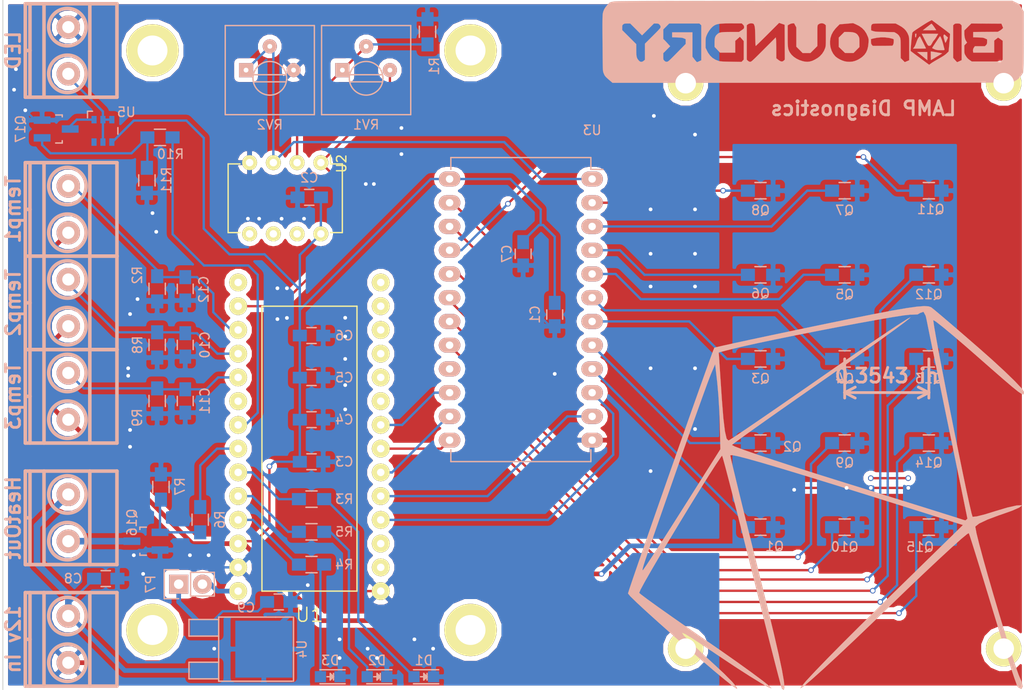
<source format=kicad_pcb>
(kicad_pcb (version 4) (host pcbnew 4.0.2+dfsg1-stable)
  (layers (0 F.Cu signal) (31 B.Cu signal) (34 B.Paste user) (35 F.Paste user hide) (36 B.SilkS user) (37 F.SilkS user hide) (38 B.Mask user hide) (39 F.Mask user hide) (44 Edge.Cuts user hide))
  (net 0 "")
  (net 1 +3V3)
  (net 2 GND)
  (net 3 "Net-(D1-Pad2)")
  (net 4 "Net-(D2-Pad2)")
  (net 5 "Net-(D3-Pad2)")
  (net 6 /Phototransistors/S1)
  (net 7 /Phototransistors/S2)
  (net 8 /Phototransistors/S3)
  (net 9 /Phototransistors/S4)
  (net 10 /Phototransistors/S5)
  (net 11 /Phototransistors/S6)
  (net 12 /Phototransistors/S7)
  (net 13 /Phototransistors/S8)
  (net 14 /Phototransistors/S9)
  (net 15 /Phototransistors/S10)
  (net 16 /Phototransistors/S11)
  (net 17 /Phototransistors/S12)
  (net 18 /Phototransistors/S13)
  (net 19 /Phototransistors/S14)
  (net 20 /Phototransistors/S15)
  (net 21 HEAT)
  (net 22 "Net-(U1-Pad0)")
  (net 23 "Net-(U1-Pad1)")
  (net 24 T2)
  (net 25 T3)
  (net 26 T4)
  (net 27 T5)
  (net 28 T6)
  (net 29 "Net-(U1-Pad8)")
  (net 30 "Net-(U1-Pad9)")
  (net 31 "Net-(U1-Pad10)")
  (net 32 "Net-(U1-Pad11)")
  (net 33 "Net-(U1-Pad12)")
  (net 34 "Net-(U1-Pad13)")
  (net 35 "Net-(U1-Pad18)")
  (net 36 "Net-(U3-Pad16)")
  (net 37 TeensyVin)
  (net 38 TEMP_S_TWO)
  (net 39 TEMP_S_THREE)
  (net 40 TEMP_S_ONE)
  (net 41 "Net-(Q16-Pad1)")
  (net 42 "Net-(Q17-Pad1)")
  (net 43 "Net-(Q17-Pad3)")
  (net 44 LEDS)
  (net 45 "Net-(U1-Pad7)")
  (net 46 "Net-(U5-Pad6)")
  (net 47 "Net-(P2-Pad1)")
  (net 48 +12V)
  (net 49 "Net-(P3-Pad1)")
  (net 50 "Net-(P7-Pad2)")
  (net 51 "Net-(R3-Pad1)")
  (net 52 "Net-(R4-Pad1)")
  (net 53 "Net-(R5-Pad1)")
  (net 54 /Amp-)
  (net 55 /Amp_Out)
  (net 56 /Amp+)
  (net 57 "Net-(U2-Pad5)")
  (net 58 "Net-(U2-Pad6)")
  (module Teensy-3:Teensy-3.1 (layer F.Cu) (at 176.4 113.3 90)
    (fp_text reference U1 (at -5.08 -7.62 180) (layer F.SilkS) (effects (font (size 1.5 1.5))))
    (fp_text value Teensy_3.1)
    (pad 0 thru_hole circle (at 0 0 90) (size 1.9 1.9) (drill 0.8) (layers *.Cu *.Mask F.SilkS) (net 22 "Net-(U1-Pad0)"))
    (pad 1 thru_hole circle (at 2.54 0 90) (size 1.9 1.9) (drill 0.8) (layers *.Cu *.Mask F.SilkS) (net 23 "Net-(U1-Pad1)"))
    (pad 2 thru_hole circle (at 5.08 0 90) (size 1.9 1.9) (drill 0.8) (layers *.Cu *.Mask F.SilkS) (net 24 T2))
    (pad 3 thru_hole circle (at 7.62 0 90) (size 1.9 1.9) (drill 0.8) (layers *.Cu *.Mask F.SilkS) (net 25 T3))
    (pad 4 thru_hole circle (at 10.16 0 90) (size 1.9 1.9) (drill 0.8) (layers *.Cu *.Mask F.SilkS) (net 26 T4))
    (pad 5 thru_hole circle (at 12.7 0 90) (size 1.9 1.9) (drill 0.8) (layers *.Cu *.Mask F.SilkS) (net 27 T5))
    (pad 6 thru_hole circle (at 15.24 0 90) (size 1.9 1.9) (drill 0.8) (layers *.Cu *.Mask F.SilkS) (net 28 T6))
    (pad 7 thru_hole circle (at 17.78 0 90) (size 1.9 1.9) (drill 0.8) (layers *.Cu *.Mask F.SilkS) (net 45 "Net-(U1-Pad7)"))
    (pad 8 thru_hole circle (at 20.32 0 90) (size 1.9 1.9) (drill 0.8) (layers *.Cu *.Mask F.SilkS) (net 29 "Net-(U1-Pad8)"))
    (pad 9 thru_hole circle (at 22.86 0 90) (size 1.9 1.9) (drill 0.8) (layers *.Cu *.Mask F.SilkS) (net 30 "Net-(U1-Pad9)"))
    (pad 10 thru_hole circle (at 25.4 0 90) (size 1.9 1.9) (drill 0.8) (layers *.Cu *.Mask F.SilkS) (net 31 "Net-(U1-Pad10)"))
    (pad 11 thru_hole circle (at 27.94 0 90) (size 1.9 1.9) (drill 0.8) (layers *.Cu *.Mask F.SilkS) (net 32 "Net-(U1-Pad11)"))
    (pad 12 thru_hole circle (at 30.48 0 90) (size 1.9 1.9) (drill 0.8) (layers *.Cu *.Mask F.SilkS) (net 33 "Net-(U1-Pad12)"))
    (pad 13 thru_hole circle (at 30.48 -15.24 90) (size 1.9 1.9) (drill 0.8) (layers *.Cu *.Mask F.SilkS) (net 34 "Net-(U1-Pad13)"))
    (pad 14 thru_hole circle (at 27.94 -15.24 90) (size 1.9 1.9) (drill 0.8) (layers *.Cu *.Mask F.SilkS) (net 55 /Amp_Out))
    (pad 15 thru_hole circle (at 25.4 -15.24 90) (size 1.9 1.9) (drill 0.8) (layers *.Cu *.Mask F.SilkS) (net 40 TEMP_S_ONE))
    (pad 16 thru_hole circle (at 22.86 -15.24 90) (size 1.9 1.9) (drill 0.8) (layers *.Cu *.Mask F.SilkS) (net 38 TEMP_S_TWO))
    (pad 17 thru_hole circle (at 20.32 -15.24 90) (size 1.9 1.9) (drill 0.8) (layers *.Cu *.Mask F.SilkS) (net 39 TEMP_S_THREE))
    (pad 18 thru_hole circle (at 17.78 -15.24 90) (size 1.9 1.9) (drill 0.8) (layers *.Cu *.Mask F.SilkS) (net 35 "Net-(U1-Pad18)"))
    (pad 19 thru_hole circle (at 15.24 -15.24 90) (size 1.9 1.9) (drill 0.8) (layers *.Cu *.Mask F.SilkS) (net 44 LEDS))
    (pad 20 thru_hole circle (at 12.7 -15.24 90) (size 1.9 1.9) (drill 0.8) (layers *.Cu *.Mask F.SilkS) (net 21 HEAT))
    (pad 21 thru_hole circle (at 10.16 -15.24 90) (size 1.9 1.9) (drill 0.8) (layers *.Cu *.Mask F.SilkS) (net 51 "Net-(R3-Pad1)"))
    (pad 22 thru_hole circle (at 7.62 -15.24 90) (size 1.9 1.9) (drill 0.8) (layers *.Cu *.Mask F.SilkS) (net 53 "Net-(R5-Pad1)"))
    (pad 23 thru_hole circle (at 5.08 -15.24 90) (size 1.9 1.9) (drill 0.8) (layers *.Cu *.Mask F.SilkS) (net 52 "Net-(R4-Pad1)"))
    (pad 24 thru_hole circle (at 2.54 -15.24 90) (size 1.9 1.9) (drill 0.8) (layers *.Cu *.Mask F.SilkS) (net 1 +3V3))
    (pad 25 thru_hole circle (at 0 -15.24 90) (size 1.9 1.9) (drill 0.8) (layers *.Cu *.Mask F.SilkS) (net 2 GND))
    (pad 26 thru_hole circle (at -2.54 -15.24 90) (size 1.9 1.9) (drill 0.8) (layers *.Cu *.Mask F.SilkS) (net 50 "Net-(P7-Pad2)"))
    (pad 27 thru_hole circle (at -2.54 0 90) (size 1.9 1.9) (drill 0.8) (layers *.Cu *.Mask F.SilkS) (net 2 GND))
  )
  (module Mounting_Holes:MountingHole_2.2mm_M2_ISO14580_Pad (layer F.Cu) (at 243 122)
    (fp_text reference REF** hide)
    (fp_text value MountingHole_2.2mm_M2_ISO14580_Pad hide)
    (pad 1 thru_hole circle (at 0 0) (size 3.8 3.8) (drill 2.2) (layers *.Cu *.Mask F.SilkS))
  )
  (module lampdiagnosticspcb-master:CornerLogoInverse (layer B.Cu) (at 224 105.5 270)
    (fp_text reference G*** hide)
    (fp_text value LOGO hide)
  )
  (module Housings_DIP:DIP-8_W7.62mm (layer F.Cu) (at 170 70 270)
    (fp_text reference U2 (at 0.104 -2.212 270) (layer F.SilkS))
    (fp_text value LM358)
    (pad 1 thru_hole oval (at 0 0 270) (size 1.6 1.6) (drill 0.8) (layers *.Cu *.Mask F.SilkS) (net 55 /Amp_Out))
    (pad 2 thru_hole oval (at 0 2.54 270) (size 1.6 1.6) (drill 0.8) (layers *.Cu *.Mask F.SilkS) (net 54 /Amp-))
    (pad 3 thru_hole oval (at 0 5.08 270) (size 1.6 1.6) (drill 0.8) (layers *.Cu *.Mask F.SilkS) (net 56 /Amp+))
    (pad 4 thru_hole oval (at 0 7.62 270) (size 1.6 1.6) (drill 0.8) (layers *.Cu *.Mask F.SilkS) (net 2 GND))
    (pad 5 thru_hole oval (at 7.62 7.62 270) (size 1.6 1.6) (drill 0.8) (layers *.Cu *.Mask F.SilkS) (net 57 "Net-(U2-Pad5)"))
    (pad 6 thru_hole oval (at 7.62 5.08 270) (size 1.6 1.6) (drill 0.8) (layers *.Cu *.Mask F.SilkS) (net 58 "Net-(U2-Pad6)"))
    (pad 7 thru_hole oval (at 7.62 2.54 270) (size 1.6 1.6) (drill 0.8) (layers *.Cu *.Mask F.SilkS) (net 58 "Net-(U2-Pad6)"))
    (pad 8 thru_hole oval (at 7.62 0 270) (size 1.6 1.6) (drill 0.8) (layers *.Cu *.Mask F.SilkS) (net 1 +3V3))
  )
  (module Resistors_SMD:R_0805_HandSoldering (layer B.Cu) (at 181.4 56 90)
    (fp_text reference R1 (at -3.69 0.718 90) (layer B.SilkS) (effects (justify mirror)))
    (fp_text value 1K)
    (pad 1 smd rect (at -1.35 0 90) (size 1.5 1.3) (layers B.Cu B.Paste B.Mask) (net 54 /Amp-))
    (pad 2 smd rect (at 1.35 0 90) (size 1.5 1.3) (layers B.Cu B.Paste B.Mask) (net 2 GND))
  )
  (module lampdiagnosticspcb-master:LogoTextResized3 (layer B.Cu) (at 222.5 57 180)
    (fp_text reference G*** hide)
    (fp_text value LOGO hide)
  )
  (module Resistors_SMD:R_0805_HandSoldering (layer B.Cu) (at 217 73)
    (fp_text reference Q8 (at 0 2.1) (layer B.SilkS) (effects (justify mirror)))
    (fp_text value SFH3710 hide)
    (pad 1 smd rect (at -1.35 0) (size 1.5 1.3) (layers B.Cu B.Paste B.Mask) (net 13 /Phototransistors/S8))
    (pad 2 smd rect (at 1.35 0) (size 1.5 1.3) (layers B.Cu B.Paste B.Mask) (net 1 +3V3))
  )
  (module Housings_DIP:DIP-24_W15.24mm_LongPads (layer B.Cu) (at 199 71.75 180)
    (fp_text reference U3 (at 0 5.22 180) (layer B.SilkS) (effects (justify mirror)))
    (fp_text value CD74HC4067)
    (pad 1 thru_hole oval (at 0 0 180) (size 2.3 1.6) (drill 0.8) (layers *.Cu *.Mask B.SilkS) (net 56 /Amp+))
    (pad 2 thru_hole oval (at 0 -2.54 180) (size 2.3 1.6) (drill 0.8) (layers *.Cu *.Mask B.SilkS) (net 13 /Phototransistors/S8))
    (pad 3 thru_hole oval (at 0 -5.08 180) (size 2.3 1.6) (drill 0.8) (layers *.Cu *.Mask B.SilkS) (net 12 /Phototransistors/S7))
    (pad 4 thru_hole oval (at 0 -7.62 180) (size 2.3 1.6) (drill 0.8) (layers *.Cu *.Mask B.SilkS) (net 11 /Phototransistors/S6))
    (pad 5 thru_hole oval (at 0 -10.16 180) (size 2.3 1.6) (drill 0.8) (layers *.Cu *.Mask B.SilkS) (net 10 /Phototransistors/S5))
    (pad 6 thru_hole oval (at 0 -12.7 180) (size 2.3 1.6) (drill 0.8) (layers *.Cu *.Mask B.SilkS) (net 9 /Phototransistors/S4))
    (pad 7 thru_hole oval (at 0 -15.24 180) (size 2.3 1.6) (drill 0.8) (layers *.Cu *.Mask B.SilkS) (net 8 /Phototransistors/S3))
    (pad 8 thru_hole oval (at 0 -17.78 180) (size 2.3 1.6) (drill 0.8) (layers *.Cu *.Mask B.SilkS) (net 7 /Phototransistors/S2))
    (pad 9 thru_hole oval (at 0 -20.32 180) (size 2.3 1.6) (drill 0.8) (layers *.Cu *.Mask B.SilkS) (net 6 /Phototransistors/S1))
    (pad 10 thru_hole oval (at 0 -22.86 180) (size 2.3 1.6) (drill 0.8) (layers *.Cu *.Mask B.SilkS) (net 24 T2))
    (pad 11 thru_hole oval (at 0 -25.4 180) (size 2.3 1.6) (drill 0.8) (layers *.Cu *.Mask B.SilkS) (net 25 T3))
    (pad 12 thru_hole oval (at 0 -27.94 180) (size 2.3 1.6) (drill 0.8) (layers *.Cu *.Mask B.SilkS) (net 2 GND))
    (pad 13 thru_hole oval (at 15.24 -27.94 180) (size 2.3 1.6) (drill 0.8) (layers *.Cu *.Mask B.SilkS) (net 27 T5))
    (pad 14 thru_hole oval (at 15.24 -25.4 180) (size 2.3 1.6) (drill 0.8) (layers *.Cu *.Mask B.SilkS) (net 26 T4))
    (pad 15 thru_hole oval (at 15.24 -22.86 180) (size 2.3 1.6) (drill 0.8) (layers *.Cu *.Mask B.SilkS) (net 28 T6))
    (pad 16 thru_hole oval (at 15.24 -20.32 180) (size 2.3 1.6) (drill 0.8) (layers *.Cu *.Mask B.SilkS) (net 36 "Net-(U3-Pad16)"))
    (pad 17 thru_hole oval (at 15.24 -17.78 180) (size 2.3 1.6) (drill 0.8) (layers *.Cu *.Mask B.SilkS) (net 20 /Phototransistors/S15))
    (pad 18 thru_hole oval (at 15.24 -15.24 180) (size 2.3 1.6) (drill 0.8) (layers *.Cu *.Mask B.SilkS) (net 19 /Phototransistors/S14))
    (pad 19 thru_hole oval (at 15.24 -12.7 180) (size 2.3 1.6) (drill 0.8) (layers *.Cu *.Mask B.SilkS) (net 18 /Phototransistors/S13))
    (pad 20 thru_hole oval (at 15.24 -10.16 180) (size 2.3 1.6) (drill 0.8) (layers *.Cu *.Mask B.SilkS) (net 17 /Phototransistors/S12))
    (pad 21 thru_hole oval (at 15.24 -7.62 180) (size 2.3 1.6) (drill 0.8) (layers *.Cu *.Mask B.SilkS) (net 16 /Phototransistors/S11))
    (pad 22 thru_hole oval (at 15.24 -5.08 180) (size 2.3 1.6) (drill 0.8) (layers *.Cu *.Mask B.SilkS) (net 15 /Phototransistors/S10))
    (pad 23 thru_hole oval (at 15.24 -2.54 180) (size 2.3 1.6) (drill 0.8) (layers *.Cu *.Mask B.SilkS) (net 14 /Phototransistors/S9))
    (pad 24 thru_hole oval (at 15.24 0 180) (size 2.3 1.6) (drill 0.8) (layers *.Cu *.Mask B.SilkS) (net 1 +3V3))
  )
  (module Capacitors_SMD:C_0805_HandSoldering (layer B.Cu) (at 195 86.25 270)
    (fp_text reference C1 (at 0 2.1 270) (layer B.SilkS) (effects (justify mirror)))
    (fp_text value 100nF)
    (pad 1 smd rect (at -1.25 0 270) (size 1.5 1.25) (layers B.Cu B.Paste B.Mask) (net 1 +3V3))
    (pad 2 smd rect (at 1.25 0 270) (size 1.5 1.25) (layers B.Cu B.Paste B.Mask) (net 2 GND))
  )
  (module Capacitors_SMD:C_0805_HandSoldering (layer B.Cu) (at 168.7576 73.7108 180)
    (fp_text reference C2 (at 0 2.1 180) (layer B.SilkS) (effects (justify mirror)))
    (fp_text value 100nF)
    (pad 1 smd rect (at -1.25 0 180) (size 1.5 1.25) (layers B.Cu B.Paste B.Mask) (net 1 +3V3))
    (pad 2 smd rect (at 1.25 0 180) (size 1.5 1.25) (layers B.Cu B.Paste B.Mask) (net 2 GND))
  )
  (module Capacitors_SMD:C_0805_HandSoldering (layer B.Cu) (at 169 102)
    (fp_text reference C3 (at 3.5 0) (layer B.SilkS) (effects (justify mirror)))
    (fp_text value 100nF)
    (pad 1 smd rect (at -1.25 0) (size 1.5 1.25) (layers B.Cu B.Paste B.Mask) (net 1 +3V3))
    (pad 2 smd rect (at 1.25 0) (size 1.5 1.25) (layers B.Cu B.Paste B.Mask) (net 2 GND))
  )
  (module Capacitors_SMD:C_0805_HandSoldering (layer B.Cu) (at 169 97.5)
    (fp_text reference C4 (at 3.5 0) (layer B.SilkS) (effects (justify mirror)))
    (fp_text value 22nF)
    (pad 1 smd rect (at -1.25 0) (size 1.5 1.25) (layers B.Cu B.Paste B.Mask) (net 1 +3V3))
    (pad 2 smd rect (at 1.25 0) (size 1.5 1.25) (layers B.Cu B.Paste B.Mask) (net 2 GND))
  )
  (module Capacitors_SMD:C_0805_HandSoldering (layer B.Cu) (at 169 93)
    (fp_text reference C5 (at 3.5 0) (layer B.SilkS) (effects (justify mirror)))
    (fp_text value 100nF)
    (pad 1 smd rect (at -1.25 0) (size 1.5 1.25) (layers B.Cu B.Paste B.Mask) (net 1 +3V3))
    (pad 2 smd rect (at 1.25 0) (size 1.5 1.25) (layers B.Cu B.Paste B.Mask) (net 2 GND))
  )
  (module Capacitors_SMD:C_0805_HandSoldering (layer B.Cu) (at 169 88.5)
    (fp_text reference C6 (at 3.5 0) (layer B.SilkS) (effects (justify mirror)))
    (fp_text value 22uF)
    (pad 1 smd rect (at -1.25 0) (size 1.5 1.25) (layers B.Cu B.Paste B.Mask) (net 1 +3V3))
    (pad 2 smd rect (at 1.25 0) (size 1.5 1.25) (layers B.Cu B.Paste B.Mask) (net 2 GND))
  )
  (module LEDs:LED_0805 (layer B.Cu) (at 181 125 180)
    (fp_text reference D1 (at 0 1.75 180) (layer B.SilkS) (effects (justify mirror)))
    (fp_text value LED)
    (pad 2 smd rect (at 1.04902 0) (size 1.19888 1.19888) (layers B.Cu B.Paste B.Mask) (net 3 "Net-(D1-Pad2)"))
    (pad 1 smd rect (at -1.04902 0) (size 1.19888 1.19888) (layers B.Cu B.Paste B.Mask) (net 2 GND))
  )
  (module LEDs:LED_0805 (layer B.Cu) (at 176 125 180)
    (fp_text reference D2 (at 0 1.75 180) (layer B.SilkS) (effects (justify mirror)))
    (fp_text value LED)
    (pad 2 smd rect (at 1.04902 0) (size 1.19888 1.19888) (layers B.Cu B.Paste B.Mask) (net 4 "Net-(D2-Pad2)"))
    (pad 1 smd rect (at -1.04902 0) (size 1.19888 1.19888) (layers B.Cu B.Paste B.Mask) (net 2 GND))
  )
  (module LEDs:LED_0805 (layer B.Cu) (at 171 125 180)
    (fp_text reference D3 (at 0 1.75 180) (layer B.SilkS) (effects (justify mirror)))
    (fp_text value LED)
    (pad 2 smd rect (at 1.04902 0) (size 1.19888 1.19888) (layers B.Cu B.Paste B.Mask) (net 5 "Net-(D3-Pad2)"))
    (pad 1 smd rect (at -1.04902 0) (size 1.19888 1.19888) (layers B.Cu B.Paste B.Mask) (net 2 GND))
  )
  (module Resistors_SMD:R_0805_HandSoldering (layer B.Cu) (at 217 109)
    (fp_text reference Q1 (at 1.5035 2.0615) (layer B.SilkS) (effects (justify mirror)))
    (fp_text value SFH3710 hide)
    (pad 1 smd rect (at -1.35 0) (size 1.5 1.3) (layers B.Cu B.Paste B.Mask) (net 6 /Phototransistors/S1))
    (pad 2 smd rect (at 1.35 0) (size 1.5 1.3) (layers B.Cu B.Paste B.Mask) (net 1 +3V3))
  )
  (module Resistors_SMD:R_0805_HandSoldering (layer B.Cu) (at 217 100)
    (fp_text reference Q2 (at 3.4085 0.3935) (layer B.SilkS) (effects (justify mirror)))
    (fp_text value SFH3710 hide)
    (pad 1 smd rect (at -1.35 0) (size 1.5 1.3) (layers B.Cu B.Paste B.Mask) (net 7 /Phototransistors/S2))
    (pad 2 smd rect (at 1.35 0) (size 1.5 1.3) (layers B.Cu B.Paste B.Mask) (net 1 +3V3))
  )
  (module Resistors_SMD:R_0805_HandSoldering (layer B.Cu) (at 217 91)
    (fp_text reference Q3 (at 0 2.1) (layer B.SilkS) (effects (justify mirror)))
    (fp_text value SFH3710 hide)
    (pad 1 smd rect (at -1.35 0) (size 1.5 1.3) (layers B.Cu B.Paste B.Mask) (net 8 /Phototransistors/S3))
    (pad 2 smd rect (at 1.35 0) (size 1.5 1.3) (layers B.Cu B.Paste B.Mask) (net 1 +3V3))
  )
  (module Resistors_SMD:R_0805_HandSoldering (layer B.Cu) (at 226 91)
    (fp_text reference Q4 (at 0 2.1) (layer B.SilkS) (effects (justify mirror)))
    (fp_text value SFH3710 hide)
    (pad 1 smd rect (at -1.35 0) (size 1.5 1.3) (layers B.Cu B.Paste B.Mask) (net 9 /Phototransistors/S4))
    (pad 2 smd rect (at 1.35 0) (size 1.5 1.3) (layers B.Cu B.Paste B.Mask) (net 1 +3V3))
  )
  (module Resistors_SMD:R_0805_HandSoldering (layer B.Cu) (at 226 82)
    (fp_text reference Q5 (at 0 2.1) (layer B.SilkS) (effects (justify mirror)))
    (fp_text value SFH3710 hide)
    (pad 1 smd rect (at -1.35 0) (size 1.5 1.3) (layers B.Cu B.Paste B.Mask) (net 10 /Phototransistors/S5))
    (pad 2 smd rect (at 1.35 0) (size 1.5 1.3) (layers B.Cu B.Paste B.Mask) (net 1 +3V3))
  )
  (module Resistors_SMD:R_0805_HandSoldering (layer B.Cu) (at 217 82)
    (fp_text reference Q6 (at 0 2) (layer B.SilkS) (effects (justify mirror)))
    (fp_text value SFH3710 hide)
    (pad 1 smd rect (at -1.35 0) (size 1.5 1.3) (layers B.Cu B.Paste B.Mask) (net 11 /Phototransistors/S6))
    (pad 2 smd rect (at 1.35 0) (size 1.5 1.3) (layers B.Cu B.Paste B.Mask) (net 1 +3V3))
  )
  (module Resistors_SMD:R_0805_HandSoldering (layer B.Cu) (at 226 73)
    (fp_text reference Q7 (at 0 2.1) (layer B.SilkS) (effects (justify mirror)))
    (fp_text value SFH3710 hide)
    (pad 1 smd rect (at -1.35 0) (size 1.5 1.3) (layers B.Cu B.Paste B.Mask) (net 12 /Phototransistors/S7))
    (pad 2 smd rect (at 1.35 0) (size 1.5 1.3) (layers B.Cu B.Paste B.Mask) (net 1 +3V3))
  )
  (module Resistors_SMD:R_0805_HandSoldering (layer B.Cu) (at 226 100)
    (fp_text reference Q9 (at 0 2.1) (layer B.SilkS) (effects (justify mirror)))
    (fp_text value SFH3710 hide)
    (pad 1 smd rect (at -1.35 0) (size 1.5 1.3) (layers B.Cu B.Paste B.Mask) (net 14 /Phototransistors/S9))
    (pad 2 smd rect (at 1.35 0) (size 1.5 1.3) (layers B.Cu B.Paste B.Mask) (net 1 +3V3))
  )
  (module Resistors_SMD:R_0805_HandSoldering (layer B.Cu) (at 226 109)
    (fp_text reference Q10 (at 0 2.1) (layer B.SilkS) (effects (justify mirror)))
    (fp_text value SFH3710 hide)
    (pad 1 smd rect (at -1.35 0) (size 1.5 1.3) (layers B.Cu B.Paste B.Mask) (net 15 /Phototransistors/S10))
    (pad 2 smd rect (at 1.35 0) (size 1.5 1.3) (layers B.Cu B.Paste B.Mask) (net 1 +3V3))
  )
  (module Resistors_SMD:R_0805_HandSoldering (layer B.Cu) (at 235 73)
    (fp_text reference Q11 (at 0.2 2) (layer B.SilkS) (effects (justify mirror)))
    (fp_text value SFH3710 hide)
    (pad 1 smd rect (at -1.35 0) (size 1.5 1.3) (layers B.Cu B.Paste B.Mask) (net 16 /Phototransistors/S11))
    (pad 2 smd rect (at 1.35 0) (size 1.5 1.3) (layers B.Cu B.Paste B.Mask) (net 1 +3V3))
  )
  (module Resistors_SMD:R_0805_HandSoldering (layer B.Cu) (at 235 82)
    (fp_text reference Q12 (at 0 2.1) (layer B.SilkS) (effects (justify mirror)))
    (fp_text value SFH3710 hide)
    (pad 1 smd rect (at -1.35 0) (size 1.5 1.3) (layers B.Cu B.Paste B.Mask) (net 17 /Phototransistors/S12))
    (pad 2 smd rect (at 1.35 0) (size 1.5 1.3) (layers B.Cu B.Paste B.Mask) (net 1 +3V3))
  )
  (module Resistors_SMD:R_0805_HandSoldering (layer B.Cu) (at 235 91)
    (fp_text reference Q13 (at 0 2.1) (layer B.SilkS) (effects (justify mirror)))
    (fp_text value SFH3710 hide)
    (pad 1 smd rect (at -1.35 0) (size 1.5 1.3) (layers B.Cu B.Paste B.Mask) (net 18 /Phototransistors/S13))
    (pad 2 smd rect (at 1.35 0) (size 1.5 1.3) (layers B.Cu B.Paste B.Mask) (net 1 +3V3))
  )
  (module Resistors_SMD:R_0805_HandSoldering (layer B.Cu) (at 235 100)
    (fp_text reference Q14 (at 0 2.1) (layer B.SilkS) (effects (justify mirror)))
    (fp_text value SFH3710 hide)
    (pad 1 smd rect (at -1.35 0) (size 1.5 1.3) (layers B.Cu B.Paste B.Mask) (net 19 /Phototransistors/S14))
    (pad 2 smd rect (at 1.35 0) (size 1.5 1.3) (layers B.Cu B.Paste B.Mask) (net 1 +3V3))
  )
  (module Resistors_SMD:R_0805_HandSoldering (layer B.Cu) (at 235 109)
    (fp_text reference Q15 (at -0.939 2.125) (layer B.SilkS) (effects (justify mirror)))
    (fp_text value SFH3710 hide)
    (pad 1 smd rect (at -1.35 0) (size 1.5 1.3) (layers B.Cu B.Paste B.Mask) (net 20 /Phototransistors/S15))
    (pad 2 smd rect (at 1.35 0) (size 1.5 1.3) (layers B.Cu B.Paste B.Mask) (net 1 +3V3))
  )
  (module Resistors_SMD:R_0805_HandSoldering (layer B.Cu) (at 169 106)
    (fp_text reference R3 (at 3.5 0) (layer B.SilkS) (effects (justify mirror)))
    (fp_text value R330)
    (pad 1 smd rect (at -1.35 0) (size 1.5 1.3) (layers B.Cu B.Paste B.Mask) (net 51 "Net-(R3-Pad1)"))
    (pad 2 smd rect (at 1.35 0) (size 1.5 1.3) (layers B.Cu B.Paste B.Mask) (net 3 "Net-(D1-Pad2)"))
  )
  (module Resistors_SMD:R_0805_HandSoldering (layer B.Cu) (at 169 113)
    (fp_text reference R4 (at 3.5 0) (layer B.SilkS) (effects (justify mirror)))
    (fp_text value R330)
    (pad 1 smd rect (at -1.35 0) (size 1.5 1.3) (layers B.Cu B.Paste B.Mask) (net 52 "Net-(R4-Pad1)"))
    (pad 2 smd rect (at 1.35 0) (size 1.5 1.3) (layers B.Cu B.Paste B.Mask) (net 5 "Net-(D3-Pad2)"))
  )
  (module Resistors_SMD:R_0805_HandSoldering (layer B.Cu) (at 169 109.5)
    (fp_text reference R5 (at 3.5 0) (layer B.SilkS) (effects (justify mirror)))
    (fp_text value R330)
    (pad 1 smd rect (at -1.35 0) (size 1.5 1.3) (layers B.Cu B.Paste B.Mask) (net 53 "Net-(R5-Pad1)"))
    (pad 2 smd rect (at 1.35 0) (size 1.5 1.3) (layers B.Cu B.Paste B.Mask) (net 4 "Net-(D2-Pad2)"))
  )
  (module Potentiometers:Potentiometer_Trimmer-Suntan-TSR-3386P (layer B.Cu) (at 172.3 60.1)
    (fp_text reference RV1 (at 2.54 5.842) (layer B.SilkS) (effects (justify mirror)))
    (fp_text value 10k)
    (pad 3 thru_hole circle (at 5.08 0) (size 1.51 1.51) (drill 0.51) (layers *.Cu *.Mask B.SilkS) (net 55 /Amp_Out))
    (pad 1 thru_hole rect (at 0 0) (size 1.51 1.51) (drill 0.51) (layers *.Cu *.Mask B.SilkS) (net 54 /Amp-))
    (pad 2 thru_hole circle (at 2.54 -2.54) (size 1.51 1.51) (drill 0.51) (layers *.Cu *.Mask B.SilkS) (net 54 /Amp-))
  )
  (module Potentiometers:Potentiometer_Trimmer-Suntan-TSR-3386P (layer B.Cu) (at 162 60.1)
    (fp_text reference RV2 (at 2.54 5.842) (layer B.SilkS) (effects (justify mirror)))
    (fp_text value 10k)
    (pad 3 thru_hole circle (at 5.08 0) (size 1.51 1.51) (drill 0.51) (layers *.Cu *.Mask B.SilkS) (net 2 GND))
    (pad 1 thru_hole rect (at 0 0) (size 1.51 1.51) (drill 0.51) (layers *.Cu *.Mask B.SilkS) (net 56 /Amp+))
    (pad 2 thru_hole circle (at 2.54 -2.54) (size 1.51 1.51) (drill 0.51) (layers *.Cu *.Mask B.SilkS) (net 56 /Amp+))
  )
  (module Mounting_Holes:MountingHole_3.2mm_M3_DIN965_Pad (layer F.Cu) (at 186 58)
    (fp_text reference "" (at 0 -3.8) (layer F.SilkS))
    (fp_text value "" hide)
    (pad 1 thru_hole circle (at 0 0) (size 5.6 5.6) (drill 3.2) (layers *.Cu *.Mask F.SilkS))
  )
  (module Mounting_Holes:MountingHole_3.2mm_M3_DIN965_Pad (layer F.Cu) (at 152 58)
    (fp_text reference "" (at 0 -3.8) (layer F.SilkS))
    (fp_text value "" hide)
    (pad 1 thru_hole circle (at 0 0) (size 5.6 5.6) (drill 3.2) (layers *.Cu *.Mask F.SilkS))
  )
  (module Mounting_Holes:MountingHole_3.2mm_M3_DIN965_Pad (layer F.Cu) (at 186 120)
    (fp_text reference "" (at 0 -3.8) (layer F.SilkS))
    (fp_text value "")
    (pad 1 thru_hole circle (at 0 0) (size 5.6 5.6) (drill 3.2) (layers *.Cu *.Mask F.SilkS))
  )
  (module Mounting_Holes:MountingHole_3.2mm_M3_DIN965_Pad (layer F.Cu) (at 152 120)
    (fp_text reference "" (at 0 -3.8) (layer F.SilkS))
    (fp_text value "")
    (pad 1 thru_hole circle (at 0 0) (size 5.6 5.6) (drill 3.2) (layers *.Cu *.Mask F.SilkS))
  )
  (module Capacitors_SMD:C_0805_HandSoldering (layer B.Cu) (at 191.625 79.75 270)
    (fp_text reference C7 (at 0 1.75 270) (layer B.SilkS) (effects (justify mirror)))
    (fp_text value 22uF)
    (pad 1 smd rect (at -1.25 0 270) (size 1.5 1.25) (layers B.Cu B.Paste B.Mask) (net 1 +3V3))
    (pad 2 smd rect (at 1.25 0 270) (size 1.5 1.25) (layers B.Cu B.Paste B.Mask) (net 2 GND))
  )
  (module Mounting_Holes:MountingHole_2.2mm_M2_ISO14580_Pad (layer F.Cu) (at 209 122)
    (fp_text reference REF** hide)
    (fp_text value MountingHole_2.2mm_M2_ISO14580_Pad hide)
    (pad 1 thru_hole circle (at 0 0) (size 3.8 3.8) (drill 2.2) (layers *.Cu *.Mask F.SilkS))
  )
  (module Mounting_Holes:MountingHole_2.2mm_M2_ISO14580_Pad (layer F.Cu) (at 243 61.5)
    (fp_text reference REF** hide)
    (fp_text value MountingHole_2.2mm_M2_ISO14580_Pad hide)
    (pad 1 thru_hole circle (at 0 0) (size 3.8 3.8) (drill 2.2) (layers *.Cu *.Mask F.SilkS))
  )
  (module Mounting_Holes:MountingHole_2.2mm_M2_ISO14580_Pad (layer F.Cu) (at 209 61.5)
    (fp_text reference REF** hide)
    (fp_text value MountingHole_2.2mm_M2_ISO14580_Pad hide)
    (pad 1 thru_hole circle (at 0 0) (size 3.8 3.8) (drill 2.2) (layers *.Cu *.Mask F.SilkS))
  )
  (module Capacitors_SMD:C_0805_HandSoldering (layer B.Cu) (at 147 114.5)
    (fp_text reference C8 (at -3.5 0) (layer B.SilkS) (effects (justify mirror)))
    (fp_text value 100nF)
    (pad 1 smd rect (at -1.25 0) (size 1.5 1.25) (layers B.Cu B.Paste B.Mask) (net 48 +12V))
    (pad 2 smd rect (at 1.25 0) (size 1.5 1.25) (layers B.Cu B.Paste B.Mask) (net 2 GND))
  )
  (module Capacitors_SMD:C_0805_HandSoldering (layer B.Cu) (at 165.5 117)
    (fp_text reference C9 (at -3.5 0.6) (layer B.SilkS) (effects (justify mirror)))
    (fp_text value 100nF)
    (pad 1 smd rect (at -1.25 0) (size 1.5 1.25) (layers B.Cu B.Paste B.Mask) (net 37 TeensyVin))
    (pad 2 smd rect (at 1.25 0) (size 1.5 1.25) (layers B.Cu B.Paste B.Mask) (net 2 GND))
  )
  (module Capacitors_SMD:C_0805_HandSoldering (layer B.Cu) (at 155.5 89.5 270)
    (fp_text reference C10 (at 0 -2.1 270) (layer B.SilkS) (effects (justify mirror)))
    (fp_text value C)
    (pad 1 smd rect (at -1.25 0 270) (size 1.5 1.25) (layers B.Cu B.Paste B.Mask) (net 38 TEMP_S_TWO))
    (pad 2 smd rect (at 1.25 0 270) (size 1.5 1.25) (layers B.Cu B.Paste B.Mask) (net 2 GND))
  )
  (module Capacitors_SMD:C_0805_HandSoldering (layer B.Cu) (at 155.5 95.5 270)
    (fp_text reference C11 (at 0 -2.1 270) (layer B.SilkS) (effects (justify mirror)))
    (fp_text value C)
    (pad 1 smd rect (at -1.25 0 270) (size 1.5 1.25) (layers B.Cu B.Paste B.Mask) (net 39 TEMP_S_THREE))
    (pad 2 smd rect (at 1.25 0 270) (size 1.5 1.25) (layers B.Cu B.Paste B.Mask) (net 2 GND))
  )
  (module Capacitors_SMD:C_0805_HandSoldering (layer B.Cu) (at 155.5 83.5 270)
    (fp_text reference C12 (at 0.066 -1.98 270) (layer B.SilkS) (effects (justify mirror)))
    (fp_text value C)
    (pad 1 smd rect (at -1.25 0 270) (size 1.5 1.25) (layers B.Cu B.Paste B.Mask) (net 40 TEMP_S_ONE))
    (pad 2 smd rect (at 1.25 0 270) (size 1.5 1.25) (layers B.Cu B.Paste B.Mask) (net 2 GND))
  )
  (module TO_SOT_Packages_SMD:SOT-23_Handsoldering (layer B.Cu) (at 151.3 110.5 270)
    (fp_text reference Q16 (at -2 1.5 270) (layer B.SilkS) (effects (justify mirror)))
    (fp_text value Q_NMOS_GSD)
    (pad 1 smd rect (at -0.95 -1.50114 270) (size 0.8001 1.80086) (layers B.Cu B.Paste B.Mask) (net 41 "Net-(Q16-Pad1)"))
    (pad 2 smd rect (at 0.95 -1.50114 270) (size 0.8001 1.80086) (layers B.Cu B.Paste B.Mask) (net 2 GND))
    (pad 3 smd rect (at 0 1.50114 270) (size 0.8001 1.80086) (layers B.Cu B.Paste B.Mask) (net 47 "Net-(P2-Pad1)"))
  )
  (module TO_SOT_Packages_SMD:SOT-23_Handsoldering (layer B.Cu) (at 141.7 66.4 90)
    (fp_text reference Q17 (at 0 -3.81 90) (layer B.SilkS) (effects (justify mirror)))
    (fp_text value Q_NMOS_GSD)
    (pad 1 smd rect (at -0.95 -1.50114 90) (size 0.8001 1.80086) (layers B.Cu B.Paste B.Mask) (net 42 "Net-(Q17-Pad1)"))
    (pad 2 smd rect (at 0.95 -1.50114 90) (size 0.8001 1.80086) (layers B.Cu B.Paste B.Mask) (net 2 GND))
    (pad 3 smd rect (at 0 1.50114 90) (size 0.8001 1.80086) (layers B.Cu B.Paste B.Mask) (net 43 "Net-(Q17-Pad3)"))
  )
  (module Resistors_SMD:R_0805_HandSoldering (layer B.Cu) (at 152.5 83.5 270)
    (fp_text reference R2 (at -1.458 2.132 270) (layer B.SilkS) (effects (justify mirror)))
    (fp_text value 6.8K)
    (pad 1 smd rect (at -1.35 0 270) (size 1.5 1.3) (layers B.Cu B.Paste B.Mask) (net 40 TEMP_S_ONE))
    (pad 2 smd rect (at 1.35 0 270) (size 1.5 1.3) (layers B.Cu B.Paste B.Mask) (net 2 GND))
  )
  (module Resistors_SMD:R_0805_HandSoldering (layer B.Cu) (at 157.1 108.2 90)
    (fp_text reference R6 (at 0 2.1 90) (layer B.SilkS) (effects (justify mirror)))
    (fp_text value 1K)
    (pad 1 smd rect (at -1.35 0 90) (size 1.5 1.3) (layers B.Cu B.Paste B.Mask) (net 41 "Net-(Q16-Pad1)"))
    (pad 2 smd rect (at 1.35 0 90) (size 1.5 1.3) (layers B.Cu B.Paste B.Mask) (net 21 HEAT))
  )
  (module Resistors_SMD:R_0805_HandSoldering (layer B.Cu) (at 152.9 104.7 270)
    (fp_text reference R7 (at -0.052 -2.04 270) (layer B.SilkS) (effects (justify mirror)))
    (fp_text value 100K)
    (pad 1 smd rect (at -1.35 0 270) (size 1.5 1.3) (layers B.Cu B.Paste B.Mask) (net 2 GND))
    (pad 2 smd rect (at 1.35 0 270) (size 1.5 1.3) (layers B.Cu B.Paste B.Mask) (net 41 "Net-(Q16-Pad1)"))
  )
  (module Resistors_SMD:R_0805_HandSoldering (layer B.Cu) (at 152.5 89.5 270)
    (fp_text reference R8 (at 0 2.1 270) (layer B.SilkS) (effects (justify mirror)))
    (fp_text value 6.8K)
    (pad 1 smd rect (at -1.35 0 270) (size 1.5 1.3) (layers B.Cu B.Paste B.Mask) (net 38 TEMP_S_TWO))
    (pad 2 smd rect (at 1.35 0 270) (size 1.5 1.3) (layers B.Cu B.Paste B.Mask) (net 2 GND))
  )
  (module Resistors_SMD:R_0805_HandSoldering (layer B.Cu) (at 152.5 95.5 270)
    (fp_text reference R9 (at 1.782 2.132 270) (layer B.SilkS) (effects (justify mirror)))
    (fp_text value 6.8K)
    (pad 1 smd rect (at -1.35 0 270) (size 1.5 1.3) (layers B.Cu B.Paste B.Mask) (net 39 TEMP_S_THREE))
    (pad 2 smd rect (at 1.35 0 270) (size 1.5 1.3) (layers B.Cu B.Paste B.Mask) (net 2 GND))
  )
  (module Resistors_SMD:R_0805_HandSoldering (layer B.Cu) (at 152.8 67.3)
    (fp_text reference R10 (at 1.124 1.788) (layer B.SilkS) (effects (justify mirror)))
    (fp_text value 1K)
    (pad 1 smd rect (at -1.35 0) (size 1.5 1.3) (layers B.Cu B.Paste B.Mask) (net 42 "Net-(Q17-Pad1)"))
    (pad 2 smd rect (at 1.35 0) (size 1.5 1.3) (layers B.Cu B.Paste B.Mask) (net 44 LEDS))
  )
  (module Resistors_SMD:R_0805_HandSoldering (layer B.Cu) (at 151.4 71.9 90)
    (fp_text reference R11 (at 0 2.1 90) (layer B.SilkS) (effects (justify mirror)))
    (fp_text value 100K)
    (pad 1 smd rect (at -1.35 0 90) (size 1.5 1.3) (layers B.Cu B.Paste B.Mask) (net 2 GND))
    (pad 2 smd rect (at 1.35 0 90) (size 1.5 1.3) (layers B.Cu B.Paste B.Mask) (net 42 "Net-(Q17-Pad1)"))
  )
  (module modules:SOT457 (layer B.Cu) (at 146.7 66.6)
    (fp_text reference U5 (at 2.5 -2) (layer B.SilkS) (effects (justify mirror)))
    (fp_text value NCR405U)
    (pad 4 smd rect (at 0.95 1.2) (size 0.55 0.8) (layers B.Cu B.Paste B.Mask) (net 1 +3V3))
    (pad 5 smd rect (at 0 1.2) (size 0.55 0.8) (layers B.Cu B.Paste B.Mask) (net 49 "Net-(P3-Pad1)"))
    (pad 6 smd rect (at -0.95 1.2) (size 0.55 0.8) (layers B.Cu B.Paste B.Mask) (net 46 "Net-(U5-Pad6)"))
    (pad 1 smd rect (at -0.95 -1.2) (size 0.55 0.8) (layers B.Cu B.Paste B.Mask) (net 43 "Net-(Q17-Pad3)"))
    (pad 3 smd rect (at 0.95 -1.2) (size 0.55 0.8) (layers B.Cu B.Paste B.Mask) (net 49 "Net-(P3-Pad1)"))
    (pad 2 smd rect (at 0 -1.2) (size 0.55 0.8) (layers B.Cu B.Paste B.Mask) (net 49 "Net-(P3-Pad1)"))
  )
  (module TO_SOT_Packages_SMD:TO-252-2Lead (layer B.Cu) (at 157.55 122.05 90)
    (fp_text reference U4 (at 0 10.414 90) (layer B.SilkS) (effects (justify mirror)))
    (fp_text value MC78M05CDT)
    (pad 1 smd rect (at -2.286 0 90) (size 1.651 3.048) (layers B.Cu B.Paste B.Mask) (net 48 +12V))
    (pad 2 smd rect (at 0 6.35 90) (size 6.096 6.096) (layers B.Cu B.Paste B.Mask) (net 2 GND))
    (pad 3 smd rect (at 2.286 0 90) (size 1.651 3.048) (layers B.Cu B.Paste B.Mask) (net 37 TeensyVin))
  )
  (module CustomConnect:2_5mm_screw_terminal (layer B.Cu) (at 143 121 90)
    (fp_text reference P1 hide)
    (fp_text value "12v In" (at 0 -5.9 90) (layer B.SilkS) (effects (font (size 1.5 1.5) (thickness 0.3)) (justify mirror)))
    (pad 1 thru_hole circle (at -2.5 0 90) (size 2.5 2.5) (drill 1.3) (layers *.Cu *.Mask B.SilkS) (net 2 GND))
    (pad 2 thru_hole circle (at 2.5 0 90) (size 2.5 2.5) (drill 1.3) (layers *.Cu *.Mask B.SilkS) (net 48 +12V))
  )
  (module CustomConnect:2_5mm_screw_terminal (layer B.Cu) (at 143 108 90)
    (fp_text reference P2 hide)
    (fp_text value HeatOut (at 0 -5.9 90) (layer B.SilkS) (effects (font (size 1.5 1.5) (thickness 0.3)) (justify mirror)))
    (pad 1 thru_hole circle (at -2.5 0 90) (size 2.5 2.5) (drill 1.3) (layers *.Cu *.Mask B.SilkS) (net 47 "Net-(P2-Pad1)"))
    (pad 2 thru_hole circle (at 2.5 0 90) (size 2.5 2.5) (drill 1.3) (layers *.Cu *.Mask B.SilkS) (net 48 +12V))
  )
  (module CustomConnect:2_5mm_screw_terminal (layer B.Cu) (at 143 58 90)
    (fp_text reference P3 hide)
    (fp_text value LED (at 0 -5.9 90) (layer B.SilkS) (effects (font (size 1.5 1.5) (thickness 0.3)) (justify mirror)))
    (pad 1 thru_hole circle (at -2.5 0 90) (size 2.5 2.5) (drill 1.3) (layers *.Cu *.Mask B.SilkS) (net 49 "Net-(P3-Pad1)"))
    (pad 2 thru_hole circle (at 2.5 0 90) (size 2.5 2.5) (drill 1.3) (layers *.Cu *.Mask B.SilkS) (net 2 GND))
  )
  (module CustomConnect:2_5mm_screw_terminal (layer B.Cu) (at 143 75 90)
    (fp_text reference P4 hide)
    (fp_text value Temp1 (at 0 -5.9 90) (layer B.SilkS) (effects (font (size 1.5 1.5) (thickness 0.3)) (justify mirror)))
    (pad 1 thru_hole circle (at -2.5 0 90) (size 2.5 2.5) (drill 1.3) (layers *.Cu *.Mask B.SilkS) (net 1 +3V3))
    (pad 2 thru_hole circle (at 2.5 0 90) (size 2.5 2.5) (drill 1.3) (layers *.Cu *.Mask B.SilkS) (net 40 TEMP_S_ONE))
  )
  (module CustomConnect:2_5mm_screw_terminal (layer B.Cu) (at 143 85 90)
    (fp_text reference P5 hide)
    (fp_text value Temp2 (at 0 -5.9 90) (layer B.SilkS) (effects (font (size 1.5 1.5) (thickness 0.3)) (justify mirror)))
    (pad 1 thru_hole circle (at -2.5 0 90) (size 2.5 2.5) (drill 1.3) (layers *.Cu *.Mask B.SilkS) (net 1 +3V3))
    (pad 2 thru_hole circle (at 2.5 0 90) (size 2.5 2.5) (drill 1.3) (layers *.Cu *.Mask B.SilkS) (net 38 TEMP_S_TWO))
  )
  (module CustomConnect:2_5mm_screw_terminal (layer B.Cu) (at 143 95 90)
    (fp_text reference P6 hide)
    (fp_text value Temp3 (at 0 -5.9 90) (layer B.SilkS) (effects (font (size 1.5 1.5) (thickness 0.3)) (justify mirror)))
    (pad 1 thru_hole circle (at -2.5 0 90) (size 2.5 2.5) (drill 1.3) (layers *.Cu *.Mask B.SilkS) (net 1 +3V3))
    (pad 2 thru_hole circle (at 2.5 0 90) (size 2.5 2.5) (drill 1.3) (layers *.Cu *.Mask B.SilkS) (net 39 TEMP_S_THREE))
  )
  (module Pin_Headers:Pin_Header_Straight_1x02 (layer B.Cu) (at 154.8 115.1 270)
    (fp_text reference P7 (at 0 3 270) (layer B.SilkS) (effects (justify mirror)))
    (fp_text value ExtPwr)
    (pad 1 thru_hole rect (at 0 0 270) (size 2.032 2.032) (drill 1.016) (layers *.Cu *.Mask B.SilkS) (net 37 TeensyVin))
    (pad 2 thru_hole oval (at 0 -2.54 270) (size 2.032 2.032) (drill 1.016) (layers *.Cu *.Mask B.SilkS) (net 50 "Net-(P7-Pad2)"))
  )
  (gr_text "LAMP Diagnostics" (at 228 64.2) (layer B.SilkS) (effects (font (size 1.5 1.5) (thickness 0.3)) (justify mirror)))
  (gr_line (start 136 126.5) (end 245.5 126.5) (angle 90) (layer Edge.Cuts) (width 0.1))
  (gr_line (start 136 126.5) (end 136 52.5) (angle 90) (layer Edge.Cuts) (width 0.1))
  (gr_line (start 136 52.5) (end 245.5 52.5) (angle 90) (layer Edge.Cuts) (width 0.1))
  (gr_line (start 245.5 126.5) (end 245.5 52.5) (angle 90) (layer Edge.Cuts) (width 0.1))
  (dimension 9 (width 0.3) (layer B.SilkS) (gr_text "9.000 mm" (at 230.5 95.95) (layer B.SilkS) (effects (font (size 1.5 1.5) (thickness 0.3)))) (feature1 (pts (xy 235 91) (xy 235 97.3))) (feature2 (pts (xy 226 91) (xy 226 97.3))) (crossbar (pts (xy 226 94.6) (xy 235 94.6))) (arrow1a (pts (xy 235 94.6) (xy 233.873496 95.186421))) (arrow1b (pts (xy 235 94.6) (xy 233.873496 94.013579))) (arrow2a (pts (xy 226 94.6) (xy 227.126504 95.186421))) (arrow2b (pts (xy 226 94.6) (xy 227.126504 94.013579))))
  (segment (start 172.5 104.84) (end 173.16 104.84) (width 0.25) (layer F.Cu) (net 0))
  (via (at 232.791 103.759) (size 0.6) (drill 0.4) (layers F.Cu B.Cu) (net 0))
  (via (at 228.7905 103.759) (size 0.6) (drill 0.4) (layers F.Cu B.Cu) (net 0))
  (segment (start 232.791 103.759) (end 228.7905 103.759) (width 0.25) (layer F.Cu) (net 0))
  (segment (start 161.16 110.76) (end 161.42 110.5) (width 0.25) (layer F.Cu) (net 1))
  (segment (start 161.42 110.5) (end 163 110.5) (width 0.25) (layer F.Cu) (net 1))
  (segment (start 165 102) (end 167.75 102) (width 0.25) (layer B.Cu) (net 1))
  (segment (start 164.5 102.5) (end 165 102) (width 0.25) (layer B.Cu) (net 1))
  (via (at 164.5 102.5) (size 0.6) (drill 0.4) (layers F.Cu B.Cu) (net 1))
  (segment (start 163 110.5) (end 164.5 109) (width 0.25) (layer F.Cu) (net 1))
  (segment (start 164.5 109) (end 164.5 102.5) (width 0.25) (layer F.Cu) (net 1))
  (segment (start 235.65 91.35) (end 235.65 91) (width 0.25) (layer B.Cu) (net 1))
  (segment (start 167.75 85.5472) (end 167.75 83.5744) (width 0.25) (layer B.Cu) (net 1))
  (segment (start 157.48 67.3608) (end 155.6192 65.5) (width 0.25) (layer B.Cu) (net 1))
  (segment (start 157.48 77.0636) (end 157.48 67.3608) (width 0.25) (layer B.Cu) (net 1))
  (segment (start 160.2232 79.8068) (end 157.48 77.0636) (width 0.25) (layer B.Cu) (net 1))
  (segment (start 163.9824 79.8068) (end 160.2232 79.8068) (width 0.25) (layer B.Cu) (net 1))
  (segment (start 167.75 83.5744) (end 163.9824 79.8068) (width 0.25) (layer B.Cu) (net 1))
  (segment (start 183.76 71.75) (end 181.75 71.75) (width 0.25) (layer B.Cu) (net 1))
  (segment (start 181.75 71.75) (end 167.75 85.75) (width 0.25) (layer B.Cu) (net 1))
  (segment (start 167.75 85.75) (end 167.75 85.5472) (width 0.25) (layer B.Cu) (net 1))
  (segment (start 167.75 85.5472) (end 167.75 79.87) (width 0.25) (layer B.Cu) (net 1))
  (segment (start 167.75 79.87) (end 170 77.62) (width 0.25) (layer B.Cu) (net 1))
  (segment (start 170 77.62) (end 170 73.7184) (width 0.25) (layer B.Cu) (net 1))
  (segment (start 170 73.7184) (end 170.0076 73.7108) (width 0.25) (layer B.Cu) (net 1))
  (segment (start 218.35 109) (end 218.35 107.25) (width 0.25) (layer B.Cu) (net 1))
  (via (at 232.8 104.8) (size 0.6) (drill 0.4) (layers F.Cu B.Cu) (net 1))
  (segment (start 228.8 104.8) (end 232.8 104.8) (width 0.25) (layer F.Cu) (net 1))
  (via (at 228.8 104.8) (size 0.6) (drill 0.4) (layers F.Cu B.Cu) (net 1))
  (segment (start 226.2 104.8) (end 228.8 104.8) (width 0.25) (layer B.Cu) (net 1))
  (via (at 226.2 104.8) (size 0.6) (drill 0.4) (layers F.Cu B.Cu) (net 1))
  (segment (start 220.8 104.8) (end 226.2 104.8) (width 0.25) (layer F.Cu) (net 1))
  (segment (start 220.6 105) (end 220.8 104.8) (width 0.25) (layer F.Cu) (net 1))
  (via (at 220.6 105) (size 0.6) (drill 0.4) (layers F.Cu B.Cu) (net 1))
  (segment (start 218.35 107.25) (end 220.6 105) (width 0.25) (layer B.Cu) (net 1))
  (segment (start 161.16 110.76) (end 161.76 110.76) (width 0.5) (layer F.Cu) (net 1))
  (segment (start 161.76 110.76) (end 170 119) (width 0.5) (layer F.Cu) (net 1))
  (segment (start 218.35 110.65) (end 218.35 109) (width 0.5) (layer B.Cu) (net 1))
  (segment (start 218 111) (end 218.35 110.65) (width 0.5) (layer B.Cu) (net 1))
  (segment (start 203 111) (end 218 111) (width 0.5) (layer B.Cu) (net 1))
  (segment (start 200 114) (end 203 111) (width 0.5) (layer B.Cu) (net 1))
  (via (at 200 114) (size 0.6) (drill 0.4) (layers F.Cu B.Cu) (net 1))
  (segment (start 186 114) (end 200 114) (width 0.5) (layer F.Cu) (net 1))
  (segment (start 181 119) (end 186 114) (width 0.5) (layer F.Cu) (net 1))
  (segment (start 170 119) (end 181 119) (width 0.5) (layer F.Cu) (net 1))
  (segment (start 161.16 110.76) (end 161.26 110.76) (width 0.5) (layer F.Cu) (net 1))
  (segment (start 193.5 76.675) (end 193.5 75) (width 0.25) (layer B.Cu) (net 1))
  (segment (start 190.25 71.75) (end 183.76 71.75) (width 0.25) (layer B.Cu) (net 1))
  (segment (start 193.5 75) (end 190.25 71.75) (width 0.25) (layer B.Cu) (net 1))
  (segment (start 147.65 67.8) (end 147.7 67.8) (width 0.25) (layer B.Cu) (net 1))
  (segment (start 147.7 67.8) (end 150 65.5) (width 0.25) (layer B.Cu) (net 1))
  (segment (start 150 65.5) (end 155.6192 65.5) (width 0.25) (layer B.Cu) (net 1))
  (segment (start 167.75 88.5) (end 167.75 85.75) (width 0.25) (layer B.Cu) (net 1))
  (segment (start 167.75 93) (end 167.75 88.5) (width 0.25) (layer B.Cu) (net 1))
  (segment (start 167.75 97.5) (end 167.75 93) (width 0.25) (layer B.Cu) (net 1))
  (segment (start 167.75 102) (end 167.75 97.5) (width 0.25) (layer B.Cu) (net 1))
  (segment (start 139.85 90.65) (end 139.85 80.65) (width 0.5) (layer F.Cu) (net 1))
  (segment (start 139.85 80.65) (end 143 77.5) (width 0.5) (layer F.Cu) (net 1))
  (segment (start 143 97.5) (end 142.6 97.5) (width 0.5) (layer F.Cu) (net 1))
  (segment (start 142.6 97.5) (end 139.8 94.7) (width 0.5) (layer F.Cu) (net 1))
  (segment (start 139.8 90.7) (end 139.85 90.65) (width 0.5) (layer F.Cu) (net 1))
  (segment (start 139.85 90.65) (end 143 87.5) (width 0.5) (layer F.Cu) (net 1))
  (segment (start 139.8 94.7) (end 139.8 90.7) (width 0.5) (layer F.Cu) (net 1))
  (segment (start 161.16 110.76) (end 156.26 110.76) (width 0.5) (layer F.Cu) (net 1))
  (segment (start 156.26 110.76) (end 143 97.5) (width 0.5) (layer F.Cu) (net 1))
  (segment (start 193.775 76.7) (end 195 77.925) (width 0.25) (layer B.Cu) (net 1))
  (segment (start 193.325 76.675) (end 193.5 76.675) (width 0.25) (layer B.Cu) (net 1))
  (segment (start 193.5 76.675) (end 193.75 76.675) (width 0.25) (layer B.Cu) (net 1))
  (segment (start 193.75 76.675) (end 193.775 76.7) (width 0.25) (layer B.Cu) (net 1))
  (segment (start 193.325 76.675) (end 191.625 78.375) (width 0.25) (layer B.Cu) (net 1))
  (segment (start 191.625 78.375) (end 191.625 78.5) (width 0.25) (layer B.Cu) (net 1))
  (segment (start 195 77.925) (end 195 85) (width 0.25) (layer B.Cu) (net 1))
  (segment (start 178.6128 69.088) (end 178.6128 66.294) (width 0.25) (layer F.Cu) (net 2))
  (via (at 178.6128 66.294) (size 0.6) (drill 0.4) (layers F.Cu B.Cu) (net 2))
  (segment (start 168.2 76) (end 167.4876 75.2876) (width 0.25) (layer B.Cu) (net 2))
  (segment (start 167.4876 75.2876) (end 167.4876 73.7308) (width 0.25) (layer B.Cu) (net 2))
  (segment (start 167.4876 73.7308) (end 167.5076 73.7108) (width 0.25) (layer B.Cu) (net 2))
  (segment (start 175.6664 72.2884) (end 178.6128 69.342) (width 0.25) (layer F.Cu) (net 2))
  (segment (start 174.8028 72.2884) (end 175.6664 72.2884) (width 0.25) (layer F.Cu) (net 2))
  (via (at 175.6664 72.2884) (size 0.6) (drill 0.4) (layers F.Cu B.Cu) (net 2))
  (segment (start 167.5384 73.68) (end 167.5384 72.2884) (width 0.25) (layer B.Cu) (net 2))
  (segment (start 167.5384 72.2884) (end 174.8028 72.2884) (width 0.25) (layer B.Cu) (net 2))
  (via (at 174.8028 72.2884) (size 0.6) (drill 0.4) (layers F.Cu B.Cu) (net 2))
  (segment (start 178.6128 69.088) (end 178.562 69.088) (width 0.25) (layer B.Cu) (net 2))
  (via (at 178.6128 69.088) (size 0.6) (drill 0.4) (layers F.Cu B.Cu) (net 2))
  (segment (start 178.6128 69.342) (end 178.6128 69.088) (width 0.25) (layer F.Cu) (net 2))
  (segment (start 167.5076 73.7108) (end 167.5384 73.68) (width 0.25) (layer B.Cu) (net 2))
  (segment (start 172.6 86.614) (end 166.37 86.614) (width 0.25) (layer F.Cu) (net 2))
  (via (at 165.354 86.741) (size 0.6) (drill 0.4) (layers F.Cu B.Cu) (net 2))
  (segment (start 165.354 83.439) (end 165.354 86.741) (width 0.25) (layer B.Cu) (net 2))
  (via (at 165.354 83.439) (size 0.6) (drill 0.4) (layers F.Cu B.Cu) (net 2))
  (segment (start 166.37 83.439) (end 165.354 83.439) (width 0.25) (layer F.Cu) (net 2))
  (via (at 166.37 83.439) (size 0.6) (drill 0.4) (layers F.Cu B.Cu) (net 2))
  (segment (start 166.37 86.614) (end 166.37 83.439) (width 0.25) (layer B.Cu) (net 2))
  (via (at 166.37 86.614) (size 0.6) (drill 0.4) (layers F.Cu B.Cu) (net 2))
  (segment (start 165.7604 76) (end 163.4 76) (width 0.25) (layer B.Cu) (net 2))
  (via (at 163.4 76) (size 0.6) (drill 0.4) (layers F.Cu B.Cu) (net 2))
  (segment (start 163.4 76) (end 162.2 76) (width 0.25) (layer F.Cu) (net 2))
  (via (at 162.2 76) (size 0.6) (drill 0.4) (layers F.Cu B.Cu) (net 2))
  (via (at 168.2 76) (size 0.6) (drill 0.4) (layers F.Cu B.Cu) (net 2))
  (segment (start 168.2 76) (end 165.8 76) (width 0.25) (layer F.Cu) (net 2))
  (via (at 165.8 76) (size 0.6) (drill 0.4) (layers F.Cu B.Cu) (net 2))
  (segment (start 165.8 76) (end 165.7604 76) (width 0.25) (layer B.Cu) (net 2))
  (segment (start 166.75 117) (end 166.8 117) (width 0.25) (layer B.Cu) (net 2))
  (segment (start 166.8 117) (end 168.6 115.2) (width 0.25) (layer B.Cu) (net 2))
  (segment (start 169.24 115.84) (end 176.4 115.84) (width 0.25) (layer F.Cu) (net 2))
  (segment (start 168.6 115.2) (end 169.24 115.84) (width 0.25) (layer F.Cu) (net 2))
  (via (at 168.6 115.2) (size 0.6) (drill 0.4) (layers F.Cu B.Cu) (net 2))
  (segment (start 143 123.5) (end 153.7 123.5) (width 0.5) (layer F.Cu) (net 2))
  (segment (start 158.65 122.05) (end 163.9 122.05) (width 0.5) (layer B.Cu) (net 2))
  (segment (start 158.6 122) (end 158.65 122.05) (width 0.5) (layer B.Cu) (net 2))
  (via (at 158.6 122) (size 0.6) (drill 0.4) (layers F.Cu B.Cu) (net 2))
  (segment (start 155.2 122) (end 158.6 122) (width 0.5) (layer F.Cu) (net 2))
  (segment (start 153.7 123.5) (end 155.2 122) (width 0.5) (layer F.Cu) (net 2))
  (segment (start 155.5 96.75) (end 152.6 96.75) (width 0.25) (layer B.Cu) (net 2))
  (segment (start 152.6 96.75) (end 152.55 96.8) (width 0.25) (layer B.Cu) (net 2))
  (segment (start 152.55 96.8) (end 150.8 96.8) (width 0.25) (layer B.Cu) (net 2))
  (segment (start 150.8 96.8) (end 149.6 98) (width 0.25) (layer B.Cu) (net 2))
  (segment (start 149.6 98) (end 149.6 98.6) (width 0.25) (layer B.Cu) (net 2))
  (via (at 149.6 98.6) (size 0.6) (drill 0.4) (layers F.Cu B.Cu) (net 2))
  (segment (start 149.6 98.6) (end 149.6 100.4) (width 0.25) (layer F.Cu) (net 2))
  (via (at 149.6 100.4) (size 0.6) (drill 0.4) (layers F.Cu B.Cu) (net 2))
  (segment (start 155.5 90.75) (end 152.6 90.75) (width 0.25) (layer B.Cu) (net 2))
  (segment (start 152.6 90.75) (end 152.35 91) (width 0.25) (layer B.Cu) (net 2))
  (segment (start 152.35 91) (end 150.4 91) (width 0.25) (layer B.Cu) (net 2))
  (segment (start 150.4 91) (end 149.4 92) (width 0.25) (layer B.Cu) (net 2))
  (via (at 149.4 92) (size 0.6) (drill 0.4) (layers F.Cu B.Cu) (net 2))
  (segment (start 149.4 92) (end 149.4 92.8) (width 0.25) (layer F.Cu) (net 2))
  (via (at 149.4 92.8) (size 0.6) (drill 0.4) (layers F.Cu B.Cu) (net 2))
  (segment (start 155.5 84.75) (end 152.6 84.75) (width 0.25) (layer B.Cu) (net 2))
  (segment (start 152.6 84.75) (end 152.45 84.6) (width 0.25) (layer B.Cu) (net 2))
  (segment (start 152.45 84.6) (end 150.4 84.6) (width 0.25) (layer B.Cu) (net 2))
  (via (at 150.4 84.6) (size 0.6) (drill 0.4) (layers F.Cu B.Cu) (net 2))
  (segment (start 150.4 84.6) (end 149.6 85.4) (width 0.25) (layer F.Cu) (net 2))
  (segment (start 149.6 85.4) (end 149.6 86.2) (width 0.25) (layer F.Cu) (net 2))
  (via (at 149.6 86.2) (size 0.6) (drill 0.4) (layers F.Cu B.Cu) (net 2))
  (segment (start 195 87.5) (end 194.5 87.5) (width 0.25) (layer B.Cu) (net 2))
  (segment (start 194.5 87.5) (end 191.625 84.625) (width 0.25) (layer B.Cu) (net 2))
  (segment (start 191.625 84.625) (end 191.625 81) (width 0.25) (layer B.Cu) (net 2))
  (segment (start 140.19886 65.45) (end 139.45 65.45) (width 0.25) (layer B.Cu) (net 2))
  (segment (start 139.45 65.45) (end 138.4 64.4) (width 0.25) (layer B.Cu) (net 2))
  (via (at 137.4 60) (size 0.6) (drill 0.4) (layers F.Cu B.Cu) (net 2))
  (segment (start 137.4 62) (end 137.4 60) (width 0.25) (layer B.Cu) (net 2))
  (segment (start 137.2 62.2) (end 137.4 62) (width 0.25) (layer B.Cu) (net 2))
  (via (at 137.2 62.2) (size 0.6) (drill 0.4) (layers F.Cu B.Cu) (net 2))
  (segment (start 137.2 63.2) (end 137.2 62.2) (width 0.25) (layer F.Cu) (net 2))
  (segment (start 138.4 64.4) (end 137.2 63.2) (width 0.25) (layer F.Cu) (net 2))
  (via (at 138.4 64.4) (size 0.6) (drill 0.4) (layers F.Cu B.Cu) (net 2))
  (segment (start 151.4 73.25) (end 151.4 74.8) (width 0.25) (layer B.Cu) (net 2))
  (via (at 152.4 77.4) (size 0.6) (drill 0.4) (layers F.Cu B.Cu) (net 2))
  (segment (start 152.4 75.8) (end 152.4 77.4) (width 0.25) (layer F.Cu) (net 2))
  (segment (start 152 75.4) (end 152.4 75.8) (width 0.25) (layer F.Cu) (net 2))
  (via (at 152 75.4) (size 0.6) (drill 0.4) (layers F.Cu B.Cu) (net 2))
  (segment (start 151.4 74.8) (end 152 75.4) (width 0.25) (layer B.Cu) (net 2))
  (segment (start 170.25 97.5) (end 171.5 97.5) (width 0.25) (layer B.Cu) (net 2))
  (segment (start 172.6 86.6) (end 172.6 86.614) (width 0.25) (layer F.Cu) (net 2))
  (segment (start 172.6 86.614) (end 172.6 85.8) (width 0.25) (layer F.Cu) (net 2))
  (via (at 172.6 86.6) (size 0.6) (drill 0.4) (layers F.Cu B.Cu) (net 2))
  (segment (start 172.6 88.6) (end 172.6 86.6) (width 0.25) (layer B.Cu) (net 2))
  (via (at 172.6 88.6) (size 0.6) (drill 0.4) (layers F.Cu B.Cu) (net 2))
  (segment (start 172.6 91) (end 172.6 88.6) (width 0.25) (layer F.Cu) (net 2))
  (via (at 172.6 91) (size 0.6) (drill 0.4) (layers F.Cu B.Cu) (net 2))
  (segment (start 172.6 93.8) (end 172.6 91) (width 0.25) (layer B.Cu) (net 2))
  (via (at 172.6 93.8) (size 0.6) (drill 0.4) (layers F.Cu B.Cu) (net 2))
  (segment (start 172.6 96.4) (end 172.6 93.8) (width 0.25) (layer F.Cu) (net 2))
  (via (at 172.6 96.4) (size 0.6) (drill 0.4) (layers F.Cu B.Cu) (net 2))
  (segment (start 171.5 97.5) (end 172.6 96.4) (width 0.25) (layer B.Cu) (net 2))
  (segment (start 140.19886 65.45) (end 140.19886 58.30114) (width 0.25) (layer B.Cu) (net 2))
  (segment (start 140.19886 58.30114) (end 143 55.5) (width 0.25) (layer B.Cu) (net 2))
  (segment (start 152.80114 111.45) (end 154.45 111.45) (width 0.25) (layer B.Cu) (net 2))
  (segment (start 159.3 113.3) (end 161.16 113.3) (width 0.25) (layer B.Cu) (net 2))
  (segment (start 158 112) (end 159.3 113.3) (width 0.25) (layer B.Cu) (net 2))
  (via (at 158 112) (size 0.6) (drill 0.4) (layers F.Cu B.Cu) (net 2))
  (segment (start 156 112) (end 158 112) (width 0.25) (layer F.Cu) (net 2))
  (via (at 156 112) (size 0.6) (drill 0.4) (layers F.Cu B.Cu) (net 2))
  (segment (start 155 112) (end 156 112) (width 0.25) (layer B.Cu) (net 2))
  (segment (start 154.45 111.45) (end 155 112) (width 0.25) (layer B.Cu) (net 2))
  (segment (start 161.16 113.3) (end 161.3 113.3) (width 0.25) (layer B.Cu) (net 2))
  (segment (start 161.3 113.3) (end 163 115) (width 0.25) (layer B.Cu) (net 2))
  (segment (start 163 115) (end 164.75 115) (width 0.25) (layer B.Cu) (net 2))
  (segment (start 164.75 115) (end 166.75 117) (width 0.25) (layer B.Cu) (net 2))
  (segment (start 148.25 114.5) (end 150.5 114.5) (width 0.25) (layer B.Cu) (net 2))
  (segment (start 150.55 111.45) (end 152.80114 111.45) (width 0.25) (layer B.Cu) (net 2))
  (segment (start 150 112) (end 150.55 111.45) (width 0.25) (layer B.Cu) (net 2))
  (via (at 150 112) (size 0.6) (drill 0.4) (layers F.Cu B.Cu) (net 2))
  (segment (start 150 113) (end 150 112) (width 0.25) (layer F.Cu) (net 2))
  (segment (start 151 114) (end 150 113) (width 0.25) (layer F.Cu) (net 2))
  (via (at 151 114) (size 0.6) (drill 0.4) (layers F.Cu B.Cu) (net 2))
  (segment (start 150.5 114.5) (end 151 114) (width 0.25) (layer B.Cu) (net 2))
  (segment (start 182.04902 125) (end 182.04902 122.04902) (width 0.25) (layer B.Cu) (net 2))
  (via (at 180 121) (size 0.6) (drill 0.4) (layers F.Cu B.Cu) (net 2))
  (segment (start 181 121) (end 180 121) (width 0.25) (layer F.Cu) (net 2))
  (segment (start 182 122) (end 181 121) (width 0.25) (layer F.Cu) (net 2))
  (via (at 182 122) (size 0.6) (drill 0.4) (layers F.Cu B.Cu) (net 2))
  (segment (start 182.04902 122.04902) (end 182 122) (width 0.25) (layer B.Cu) (net 2))
  (segment (start 177.04902 125) (end 177.04902 124.04902) (width 0.25) (layer B.Cu) (net 2))
  (via (at 175 122) (size 0.6) (drill 0.4) (layers F.Cu B.Cu) (net 2))
  (segment (start 176 123) (end 175 122) (width 0.25) (layer F.Cu) (net 2))
  (via (at 176 123) (size 0.6) (drill 0.4) (layers F.Cu B.Cu) (net 2))
  (segment (start 177.04902 124.04902) (end 176 123) (width 0.25) (layer B.Cu) (net 2))
  (segment (start 172.04902 125) (end 172.04902 123.04902) (width 0.25) (layer B.Cu) (net 2))
  (via (at 172 121) (size 0.6) (drill 0.4) (layers F.Cu B.Cu) (net 2))
  (segment (start 172 123) (end 172 121) (width 0.25) (layer F.Cu) (net 2))
  (via (at 172 123) (size 0.6) (drill 0.4) (layers F.Cu B.Cu) (net 2))
  (segment (start 172.04902 123.04902) (end 172 123) (width 0.25) (layer B.Cu) (net 2))
  (segment (start 163.9 122.05) (end 163.9 121.1) (width 0.5) (layer B.Cu) (net 2))
  (segment (start 163.9 121.1) (end 166.75 118.25) (width 0.5) (layer B.Cu) (net 2))
  (segment (start 166.75 118.25) (end 166.75 117) (width 0.5) (layer B.Cu) (net 2))
  (segment (start 205.6 65) (end 206.4 65) (width 0.25) (layer F.Cu) (net 2))
  (via (at 210 67) (size 0.6) (drill 0.4) (layers F.Cu B.Cu) (net 2))
  (segment (start 210 67) (end 208 65) (width 0.25) (layer F.Cu) (net 2))
  (segment (start 208 65) (end 206.4 65) (width 0.25) (layer F.Cu) (net 2))
  (segment (start 210 67) (end 210 75) (width 0.25) (layer B.Cu) (net 2))
  (via (at 205.6 65) (size 0.6) (drill 0.4) (layers F.Cu B.Cu) (net 2))
  (segment (start 205.25 92) (end 205.25 103) (width 0.25) (layer F.Cu) (net 2))
  (via (at 205.25 103) (size 0.6) (drill 0.4) (layers F.Cu B.Cu) (net 2))
  (segment (start 205.25 86) (end 205.25 92) (width 0.25) (layer F.Cu) (net 2))
  (via (at 205.25 92) (size 0.6) (drill 0.4) (layers F.Cu B.Cu) (net 2))
  (segment (start 205.25 83.25) (end 205.25 86) (width 0.25) (layer F.Cu) (net 2))
  (segment (start 205.25 79.75) (end 205.25 83.25) (width 0.25) (layer F.Cu) (net 2))
  (via (at 205.25 83.25) (size 0.6) (drill 0.4) (layers F.Cu B.Cu) (net 2))
  (via (at 205.25 79.75) (size 0.6) (drill 0.4) (layers F.Cu B.Cu) (net 2))
  (segment (start 205.25 75) (end 205.25 79.75) (width 0.25) (layer F.Cu) (net 2))
  (segment (start 210 75) (end 205.25 75) (width 0.25) (layer B.Cu) (net 2))
  (via (at 205.25 75) (size 0.6) (drill 0.4) (layers F.Cu B.Cu) (net 2))
  (segment (start 210 79.75) (end 210 75) (width 0.25) (layer F.Cu) (net 2))
  (via (at 210 75) (size 0.6) (drill 0.4) (layers F.Cu B.Cu) (net 2))
  (segment (start 210 83.25) (end 210 79.75) (width 0.25) (layer F.Cu) (net 2))
  (via (at 210 79.75) (size 0.6) (drill 0.4) (layers F.Cu B.Cu) (net 2))
  (segment (start 210 86) (end 210 83.25) (width 0.25) (layer F.Cu) (net 2))
  (via (at 210 83.25) (size 0.6) (drill 0.4) (layers F.Cu B.Cu) (net 2))
  (segment (start 210 92) (end 210 86) (width 0.25) (layer F.Cu) (net 2))
  (segment (start 210 98.5) (end 210 92) (width 0.25) (layer B.Cu) (net 2))
  (via (at 210 92) (size 0.6) (drill 0.4) (layers F.Cu B.Cu) (net 2))
  (segment (start 199 99.69) (end 208.81 99.69) (width 0.25) (layer F.Cu) (net 2))
  (segment (start 208.81 99.69) (end 210 98.5) (width 0.25) (layer F.Cu) (net 2))
  (via (at 210 98.5) (size 0.6) (drill 0.4) (layers F.Cu B.Cu) (net 2))
  (segment (start 195 97.275) (end 197.415 99.69) (width 0.25) (layer F.Cu) (net 2))
  (segment (start 197.415 99.69) (end 199 99.69) (width 0.25) (layer F.Cu) (net 2))
  (segment (start 195 92.6) (end 195 97.275) (width 0.25) (layer F.Cu) (net 2))
  (segment (start 195 87.5) (end 195 92.6) (width 0.25) (layer B.Cu) (net 2))
  (via (at 195 92.6) (size 0.6) (drill 0.4) (layers F.Cu B.Cu) (net 2))
  (segment (start 166.75 117.5) (end 167.25 117) (width 0.25) (layer B.Cu) (net 2))
  (segment (start 170.35 106) (end 170.5 106) (width 0.25) (layer B.Cu) (net 3))
  (segment (start 170.5 106) (end 174 109.5) (width 0.25) (layer B.Cu) (net 3))
  (segment (start 174 109.5) (end 174 119.04902) (width 0.25) (layer B.Cu) (net 3))
  (segment (start 174 119.04902) (end 179.95098 125) (width 0.25) (layer B.Cu) (net 3))
  (segment (start 170.35 109.5) (end 171 109.5) (width 0.25) (layer B.Cu) (net 4))
  (segment (start 171 109.5) (end 173 111.5) (width 0.25) (layer B.Cu) (net 4))
  (segment (start 174.95098 123.95098) (end 174.95098 125) (width 0.25) (layer B.Cu) (net 4))
  (segment (start 173 122) (end 174.95098 123.95098) (width 0.25) (layer B.Cu) (net 4))
  (segment (start 173 111.5) (end 173 122) (width 0.25) (layer B.Cu) (net 4))
  (segment (start 170.35 109.5) (end 170.35 109.85) (width 0.25) (layer B.Cu) (net 4))
  (segment (start 169.95098 125) (end 169.95098 113.39902) (width 0.25) (layer B.Cu) (net 5))
  (segment (start 169.95098 113.39902) (end 170.35 113) (width 0.25) (layer B.Cu) (net 5))
  (segment (start 215.65 109) (end 215.65 108.72) (width 0.25) (layer B.Cu) (net 6))
  (segment (start 215.65 108.72) (end 199 92.07) (width 0.25) (layer B.Cu) (net 6))
  (segment (start 199 92.07) (end 199.07 92.07) (width 0.25) (layer F.Cu) (net 6))
  (segment (start 199 92.07) (end 199.82 92.07) (width 0.25) (layer B.Cu) (net 6))
  (segment (start 215.65 100) (end 209.47 100) (width 0.25) (layer B.Cu) (net 7))
  (segment (start 209.47 100) (end 199 89.53) (width 0.25) (layer B.Cu) (net 7))
  (segment (start 215.65 91) (end 213.4 91) (width 0.25) (layer B.Cu) (net 8))
  (segment (start 209.39 86.99) (end 199 86.99) (width 0.25) (layer B.Cu) (net 8))
  (segment (start 213.4 91) (end 209.39 86.99) (width 0.25) (layer B.Cu) (net 8))
  (segment (start 207.2 85.8) (end 200.35 85.8) (width 0.25) (layer B.Cu) (net 9))
  (segment (start 218.8 85.8) (end 207.2 85.8) (width 0.25) (layer B.Cu) (net 9))
  (segment (start 224 91) (end 218.8 85.8) (width 0.25) (layer B.Cu) (net 9))
  (segment (start 200.35 85.8) (end 199 84.45) (width 0.25) (layer B.Cu) (net 9))
  (segment (start 224.65 91) (end 224 91) (width 0.25) (layer B.Cu) (net 9))
  (segment (start 224.65 82) (end 221.6 82) (width 0.25) (layer B.Cu) (net 10))
  (segment (start 201.51 81.91) (end 199 81.91) (width 0.25) (layer B.Cu) (net 10))
  (segment (start 204.2 84.6) (end 201.51 81.91) (width 0.25) (layer B.Cu) (net 10))
  (segment (start 219 84.6) (end 204.2 84.6) (width 0.25) (layer B.Cu) (net 10))
  (segment (start 221.6 82) (end 219 84.6) (width 0.25) (layer B.Cu) (net 10))
  (segment (start 215.65 82) (end 204.6 82) (width 0.25) (layer B.Cu) (net 11))
  (segment (start 201.97 79.37) (end 199 79.37) (width 0.25) (layer B.Cu) (net 11))
  (segment (start 204.6 82) (end 201.97 79.37) (width 0.25) (layer B.Cu) (net 11))
  (segment (start 224.65 73) (end 222 73) (width 0.25) (layer B.Cu) (net 12))
  (segment (start 218.17 76.83) (end 199 76.83) (width 0.25) (layer B.Cu) (net 12))
  (segment (start 222 73) (end 218.17 76.83) (width 0.25) (layer B.Cu) (net 12))
  (segment (start 215.65 73) (end 213 73) (width 0.25) (layer B.Cu) (net 13))
  (segment (start 200.71 74.29) (end 199 74.29) (width 0.25) (layer F.Cu) (net 13))
  (segment (start 202 73) (end 200.71 74.29) (width 0.25) (layer F.Cu) (net 13))
  (segment (start 213 73) (end 202 73) (width 0.25) (layer F.Cu) (net 13))
  (via (at 213 73) (size 0.6) (drill 0.4) (layers F.Cu B.Cu) (net 13))
  (segment (start 183.76 74.29) (end 184.09 74.29) (width 0.25) (layer F.Cu) (net 14))
  (segment (start 184.09 74.29) (end 189.2 79.4) (width 0.25) (layer F.Cu) (net 14))
  (segment (start 222.4 102.25) (end 224.65 100) (width 0.25) (layer B.Cu) (net 14))
  (segment (start 222.4 110.8) (end 222.4 102.25) (width 0.25) (layer B.Cu) (net 14))
  (segment (start 221 112.2) (end 222.4 110.8) (width 0.25) (layer B.Cu) (net 14))
  (via (at 221 112.2) (size 0.6) (drill 0.4) (layers F.Cu B.Cu) (net 14))
  (segment (start 207.2 112.2) (end 221 112.2) (width 0.25) (layer F.Cu) (net 14))
  (segment (start 191.8 96.8) (end 207.2 112.2) (width 0.25) (layer F.Cu) (net 14))
  (segment (start 191.8 86.8) (end 191.8 96.8) (width 0.25) (layer F.Cu) (net 14))
  (segment (start 189.2 84.2) (end 191.8 86.8) (width 0.25) (layer F.Cu) (net 14))
  (segment (start 189.2 79.4) (end 189.2 84.2) (width 0.25) (layer F.Cu) (net 14))
  (segment (start 183.76 74.29) (end 183.76 74.36) (width 0.25) (layer B.Cu) (net 14))
  (segment (start 183.76 76.83) (end 184.03 76.83) (width 0.25) (layer F.Cu) (net 15))
  (segment (start 184.03 76.83) (end 188.4 81.2) (width 0.25) (layer F.Cu) (net 15))
  (segment (start 224.65 111.35) (end 224.65 109) (width 0.25) (layer B.Cu) (net 15))
  (segment (start 222.4 113.6) (end 224.65 111.35) (width 0.25) (layer B.Cu) (net 15))
  (via (at 222.4 113.6) (size 0.6) (drill 0.4) (layers F.Cu B.Cu) (net 15))
  (segment (start 207.2 113.6) (end 222.4 113.6) (width 0.25) (layer F.Cu) (net 15))
  (segment (start 190.8 97.2) (end 207.2 113.6) (width 0.25) (layer F.Cu) (net 15))
  (segment (start 190.8 86.8) (end 190.8 97.2) (width 0.25) (layer F.Cu) (net 15))
  (segment (start 188.4 84.4) (end 190.8 86.8) (width 0.25) (layer F.Cu) (net 15))
  (segment (start 188.4 81.2) (end 188.4 84.4) (width 0.25) (layer F.Cu) (net 15))
  (segment (start 183.76 76.83) (end 184.23 76.83) (width 0.25) (layer B.Cu) (net 15))
  (segment (start 183.76 76.83) (end 184.17 76.83) (width 0.25) (layer F.Cu) (net 15))
  (segment (start 183.76 79.37) (end 185.03 79.37) (width 0.25) (layer B.Cu) (net 16))
  (segment (start 231.6 73) (end 233.65 73) (width 0.25) (layer B.Cu) (net 16))
  (segment (start 228 69.4) (end 231.6 73) (width 0.25) (layer B.Cu) (net 16))
  (via (at 228 69.4) (size 0.6) (drill 0.4) (layers F.Cu B.Cu) (net 16))
  (segment (start 195 69.4) (end 228 69.4) (width 0.25) (layer F.Cu) (net 16))
  (segment (start 190 74.4) (end 195 69.4) (width 0.25) (layer F.Cu) (net 16))
  (via (at 190 74.4) (size 0.6) (drill 0.4) (layers F.Cu B.Cu) (net 16))
  (segment (start 185.03 79.37) (end 190 74.4) (width 0.25) (layer B.Cu) (net 16))
  (segment (start 233.65 73) (end 233.4 73) (width 0.25) (layer B.Cu) (net 16))
  (segment (start 233.6 73) (end 233.65 73) (width 0.25) (layer B.Cu) (net 16))
  (segment (start 233.65 73) (end 233.65 72.65) (width 0.25) (layer B.Cu) (net 16))
  (segment (start 184.63 79.37) (end 183.76 79.37) (width 0.25) (layer F.Cu) (net 16))
  (segment (start 183.76 79.37) (end 183.76 79.24) (width 0.25) (layer F.Cu) (net 16))
  (segment (start 183.76 81.91) (end 184.71 81.91) (width 0.25) (layer F.Cu) (net 17))
  (segment (start 184.71 81.91) (end 190 87.2) (width 0.25) (layer F.Cu) (net 17))
  (segment (start 229.8 85.85) (end 233.65 82) (width 0.25) (layer B.Cu) (net 17))
  (segment (start 229.8 113.2) (end 229.8 85.85) (width 0.25) (layer B.Cu) (net 17))
  (segment (start 228.4 114.6) (end 229.8 113.2) (width 0.25) (layer B.Cu) (net 17))
  (via (at 228.4 114.6) (size 0.6) (drill 0.4) (layers F.Cu B.Cu) (net 17))
  (segment (start 206.8 114.6) (end 228.4 114.6) (width 0.25) (layer F.Cu) (net 17))
  (segment (start 190 97.8) (end 206.8 114.6) (width 0.25) (layer F.Cu) (net 17))
  (segment (start 190 87.2) (end 190 97.8) (width 0.25) (layer F.Cu) (net 17))
  (segment (start 183.76 81.91) (end 184.09 81.91) (width 0.25) (layer F.Cu) (net 17))
  (segment (start 183.76 81.91) (end 184.84 81.91) (width 0.25) (layer F.Cu) (net 17))
  (segment (start 183.76 81.91) (end 184.34 81.91) (width 0.25) (layer F.Cu) (net 17))
  (segment (start 183.76 84.45) (end 183.76 84.76) (width 0.25) (layer F.Cu) (net 18))
  (segment (start 183.76 84.76) (end 189 90) (width 0.25) (layer F.Cu) (net 18))
  (segment (start 233.65 92.95) (end 233.65 91) (width 0.25) (layer B.Cu) (net 18))
  (segment (start 230.6 96) (end 233.65 92.95) (width 0.25) (layer B.Cu) (net 18))
  (segment (start 230.6 114.2) (end 230.6 96) (width 0.25) (layer B.Cu) (net 18))
  (segment (start 229 115.8) (end 230.6 114.2) (width 0.25) (layer B.Cu) (net 18))
  (via (at 229 115.8) (size 0.6) (drill 0.4) (layers F.Cu B.Cu) (net 18))
  (segment (start 206.6 115.8) (end 229 115.8) (width 0.25) (layer F.Cu) (net 18))
  (segment (start 189 98.2) (end 206.6 115.8) (width 0.25) (layer F.Cu) (net 18))
  (segment (start 189 90) (end 189 98.2) (width 0.25) (layer F.Cu) (net 18))
  (segment (start 183.76 84.45) (end 184.45 84.45) (width 0.25) (layer F.Cu) (net 18))
  (segment (start 183.76 84.45) (end 183.8 84.45) (width 0.25) (layer F.Cu) (net 18))
  (segment (start 183.76 86.99) (end 183.99 86.99) (width 0.25) (layer F.Cu) (net 19))
  (segment (start 183.99 86.99) (end 187.8 90.8) (width 0.25) (layer F.Cu) (net 19))
  (segment (start 231.6 102.05) (end 233.65 100) (width 0.25) (layer B.Cu) (net 19))
  (segment (start 231.6 115.2) (end 231.6 102.05) (width 0.25) (layer B.Cu) (net 19))
  (segment (start 229.8 117) (end 231.6 115.2) (width 0.25) (layer B.Cu) (net 19))
  (via (at 229.8 117) (size 0.6) (drill 0.4) (layers F.Cu B.Cu) (net 19))
  (segment (start 206.4 117) (end 229.8 117) (width 0.25) (layer F.Cu) (net 19))
  (segment (start 187.8 98.4) (end 206.4 117) (width 0.25) (layer F.Cu) (net 19))
  (segment (start 187.8 90.8) (end 187.8 98.4) (width 0.25) (layer F.Cu) (net 19))
  (segment (start 183.76 86.99) (end 184.59 86.99) (width 0.25) (layer F.Cu) (net 19))
  (segment (start 183.76 86.99) (end 183.76 87.51) (width 0.25) (layer F.Cu) (net 19))
  (segment (start 183.76 89.53) (end 183.76 89.56) (width 0.25) (layer F.Cu) (net 20))
  (segment (start 183.76 89.56) (end 186 91.8) (width 0.25) (layer F.Cu) (net 20))
  (segment (start 233.65 116.35) (end 233.65 109) (width 0.25) (layer B.Cu) (net 20))
  (segment (start 231.8 118.2) (end 233.65 116.35) (width 0.25) (layer B.Cu) (net 20))
  (via (at 231.8 118.2) (size 0.6) (drill 0.4) (layers F.Cu B.Cu) (net 20))
  (segment (start 206.4 118.2) (end 231.8 118.2) (width 0.25) (layer F.Cu) (net 20))
  (segment (start 186 97.8) (end 206.4 118.2) (width 0.25) (layer F.Cu) (net 20))
  (segment (start 186 91.8) (end 186 97.8) (width 0.25) (layer F.Cu) (net 20))
  (segment (start 183.76 89.53) (end 184.03 89.53) (width 0.25) (layer F.Cu) (net 20))
  (segment (start 183.76 89.53) (end 184.78 89.53) (width 0.25) (layer F.Cu) (net 20))
  (segment (start 157.1 106.85) (end 157.1 102.4) (width 0.25) (layer B.Cu) (net 21))
  (segment (start 158.9 100.6) (end 161.16 100.6) (width 0.25) (layer B.Cu) (net 21))
  (segment (start 157.1 102.4) (end 158.9 100.6) (width 0.25) (layer B.Cu) (net 21))
  (segment (start 176.4 108.22) (end 194.28 108.22) (width 0.25) (layer B.Cu) (net 24))
  (segment (start 201.25 96.86) (end 199 94.61) (width 0.25) (layer B.Cu) (net 24))
  (segment (start 201.25 101.25) (end 201.25 96.86) (width 0.25) (layer B.Cu) (net 24))
  (segment (start 194.28 108.22) (end 201.25 101.25) (width 0.25) (layer B.Cu) (net 24))
  (segment (start 176.4 105.68) (end 187.82 105.68) (width 0.25) (layer B.Cu) (net 25))
  (segment (start 196.35 97.15) (end 199 97.15) (width 0.25) (layer B.Cu) (net 25))
  (segment (start 187.82 105.68) (end 196.35 97.15) (width 0.25) (layer B.Cu) (net 25))
  (segment (start 183.76 97.15) (end 183.6 97.15) (width 0.25) (layer B.Cu) (net 26))
  (segment (start 183.6 97.15) (end 177.61 103.14) (width 0.25) (layer B.Cu) (net 26))
  (segment (start 177.61 103.14) (end 176.4 103.14) (width 0.25) (layer B.Cu) (net 26))
  (segment (start 176.4 100.6) (end 182.85 100.6) (width 0.25) (layer F.Cu) (net 27))
  (segment (start 182.85 100.6) (end 183.76 99.69) (width 0.25) (layer F.Cu) (net 27))
  (segment (start 183.76 94.61) (end 182.14 94.61) (width 0.25) (layer B.Cu) (net 28))
  (segment (start 178.69 98.06) (end 176.4 98.06) (width 0.25) (layer B.Cu) (net 28))
  (segment (start 182.14 94.61) (end 178.69 98.06) (width 0.25) (layer B.Cu) (net 28))
  (segment (start 157.55 119.764) (end 157.736 119.764) (width 0.25) (layer B.Cu) (net 37))
  (segment (start 157.736 119.764) (end 159.5 118) (width 0.25) (layer B.Cu) (net 37))
  (segment (start 163.25 118) (end 164.25 117) (width 0.25) (layer B.Cu) (net 37))
  (segment (start 159.5 118) (end 163.25 118) (width 0.25) (layer B.Cu) (net 37))
  (segment (start 157.55 119.764) (end 157.55 119.75) (width 0.5) (layer B.Cu) (net 37))
  (segment (start 157.55 119.75) (end 154.8 117) (width 0.5) (layer B.Cu) (net 37))
  (segment (start 154.8 117) (end 154.8 115.1) (width 0.5) (layer B.Cu) (net 37))
  (segment (start 157.55 119.764) (end 157.264 119.764) (width 0.5) (layer B.Cu) (net 37))
  (segment (start 155.5 88.25) (end 156.75 88.25) (width 0.25) (layer B.Cu) (net 38))
  (segment (start 158.94 90.44) (end 161.16 90.44) (width 0.25) (layer B.Cu) (net 38))
  (segment (start 156.75 88.25) (end 158.94 90.44) (width 0.25) (layer B.Cu) (net 38))
  (segment (start 152.5 88.15) (end 155.4 88.15) (width 0.25) (layer B.Cu) (net 38))
  (segment (start 155.4 88.15) (end 155.5 88.25) (width 0.25) (layer B.Cu) (net 38))
  (segment (start 143 82.5) (end 143 83) (width 0.25) (layer B.Cu) (net 38))
  (segment (start 143 83) (end 148.15 88.15) (width 0.25) (layer B.Cu) (net 38))
  (segment (start 148.15 88.15) (end 152.5 88.15) (width 0.25) (layer B.Cu) (net 38))
  (segment (start 152.5 94.15) (end 144.65 94.15) (width 0.25) (layer B.Cu) (net 39))
  (segment (start 144.65 94.15) (end 143 92.5) (width 0.25) (layer B.Cu) (net 39))
  (segment (start 155.5 94.25) (end 152.6 94.25) (width 0.25) (layer B.Cu) (net 39))
  (segment (start 152.6 94.25) (end 152.5 94.15) (width 0.25) (layer B.Cu) (net 39))
  (segment (start 161.16 92.98) (end 159.02 92.98) (width 0.25) (layer B.Cu) (net 39))
  (segment (start 157.75 94.25) (end 155.5 94.25) (width 0.25) (layer B.Cu) (net 39))
  (segment (start 159.02 92.98) (end 157.75 94.25) (width 0.25) (layer B.Cu) (net 39))
  (segment (start 143.48 92.98) (end 143 92.5) (width 0.25) (layer B.Cu) (net 39))
  (segment (start 152.5 82.15) (end 152.5 81.5) (width 0.25) (layer B.Cu) (net 40))
  (segment (start 152.5 81.5) (end 143.5 72.5) (width 0.25) (layer B.Cu) (net 40))
  (segment (start 143.5 72.5) (end 143 72.5) (width 0.25) (layer B.Cu) (net 40))
  (segment (start 155.5 82.25) (end 152.6 82.25) (width 0.25) (layer B.Cu) (net 40))
  (segment (start 152.6 82.25) (end 152.5 82.15) (width 0.25) (layer B.Cu) (net 40))
  (segment (start 161.16 87.9) (end 160.4 87.9) (width 0.25) (layer B.Cu) (net 40))
  (segment (start 160.4 87.9) (end 158.5 86) (width 0.25) (layer B.Cu) (net 40))
  (segment (start 158.5 86) (end 158.5 84) (width 0.25) (layer B.Cu) (net 40))
  (segment (start 158.5 84) (end 156.75 82.25) (width 0.25) (layer B.Cu) (net 40))
  (segment (start 156.75 82.25) (end 155.5 82.25) (width 0.25) (layer B.Cu) (net 40))
  (segment (start 152.80114 109.55) (end 152.80114 106.14886) (width 0.25) (layer B.Cu) (net 41))
  (segment (start 152.80114 106.14886) (end 152.9 106.05) (width 0.25) (layer B.Cu) (net 41))
  (segment (start 152.80114 109.55) (end 157.1 109.55) (width 0.25) (layer B.Cu) (net 41))
  (segment (start 151.45 67.3) (end 151.45 70.5) (width 0.25) (layer B.Cu) (net 42))
  (segment (start 151.45 70.5) (end 151.4 70.55) (width 0.25) (layer B.Cu) (net 42))
  (segment (start 140.19886 67.35) (end 140.19886 68.09886) (width 0.25) (layer B.Cu) (net 42))
  (segment (start 149.75 69) (end 151.45 67.3) (width 0.25) (layer B.Cu) (net 42))
  (segment (start 141.1 69) (end 149.75 69) (width 0.25) (layer B.Cu) (net 42))
  (segment (start 140.19886 68.09886) (end 141.1 69) (width 0.25) (layer B.Cu) (net 42))
  (segment (start 143.20114 66.09886) (end 143.9 65.4) (width 0.25) (layer B.Cu) (net 43))
  (segment (start 143.9 65.4) (end 145.75 65.4) (width 0.25) (layer B.Cu) (net 43))
  (segment (start 143.20114 66.4) (end 143.20114 66.09886) (width 0.25) (layer B.Cu) (net 43))
  (segment (start 161.16 98.06) (end 161.94 98.06) (width 0.25) (layer B.Cu) (net 44))
  (segment (start 161.94 98.06) (end 163.25 96.75) (width 0.25) (layer B.Cu) (net 44))
  (segment (start 163.25 96.75) (end 163.25 82) (width 0.25) (layer B.Cu) (net 44))
  (segment (start 163.25 82) (end 162.25 81) (width 0.25) (layer B.Cu) (net 44))
  (segment (start 162.25 81) (end 157.5 81) (width 0.25) (layer B.Cu) (net 44))
  (segment (start 157.5 81) (end 154.15 77.65) (width 0.25) (layer B.Cu) (net 44))
  (segment (start 154.15 77.65) (end 154.15 67.3) (width 0.25) (layer B.Cu) (net 44))
  (segment (start 149.79886 110.5) (end 143 110.5) (width 0.7) (layer B.Cu) (net 47))
  (segment (start 143 118.5) (end 143 117.25) (width 0.25) (layer B.Cu) (net 48))
  (segment (start 143 117.25) (end 145.75 114.5) (width 0.25) (layer B.Cu) (net 48))
  (segment (start 143 118.5) (end 143 116.25) (width 0.7) (layer B.Cu) (net 48))
  (segment (start 139.65 108.85) (end 143 105.5) (width 0.7) (layer B.Cu) (net 48))
  (segment (start 139.65 112.9) (end 139.65 108.85) (width 0.7) (layer B.Cu) (net 48))
  (segment (start 143 116.25) (end 139.65 112.9) (width 0.7) (layer B.Cu) (net 48))
  (segment (start 143 118.5) (end 143.2 118.5) (width 0.5) (layer B.Cu) (net 48))
  (segment (start 143.2 118.5) (end 149.036 124.336) (width 0.5) (layer B.Cu) (net 48))
  (segment (start 149.036 124.336) (end 157.55 124.336) (width 0.5) (layer B.Cu) (net 48))
  (segment (start 143 60.831) (end 146.685 64.516) (width 0.25) (layer B.Cu) (net 49))
  (segment (start 146.7 64.531) (end 146.685 64.516) (width 0.25) (layer B.Cu) (net 49))
  (segment (start 146.7 64.531) (end 146.7 65.4) (width 0.25) (layer B.Cu) (net 49))
  (segment (start 143 60.831) (end 143 60.5) (width 0.25) (layer B.Cu) (net 49))
  (segment (start 147.65 65.4) (end 146.7 65.4) (width 0.25) (layer B.Cu) (net 49))
  (segment (start 146.7 67.8) (end 146.7 65.4) (width 0.25) (layer B.Cu) (net 49))
  (segment (start 157.34 115.1) (end 158.2 115.1) (width 0.5) (layer B.Cu) (net 50))
  (segment (start 158.2 115.1) (end 158.94 115.84) (width 0.5) (layer B.Cu) (net 50))
  (segment (start 158.94 115.84) (end 161.16 115.84) (width 0.5) (layer B.Cu) (net 50))
  (segment (start 157.34 115.1) (end 158.25 115.1) (width 0.5) (layer B.Cu) (net 50))
  (segment (start 167.65 106) (end 165.5 106) (width 0.25) (layer B.Cu) (net 51))
  (segment (start 162.64 103.14) (end 161.16 103.14) (width 0.25) (layer B.Cu) (net 51))
  (segment (start 165.5 106) (end 162.64 103.14) (width 0.25) (layer B.Cu) (net 51))
  (segment (start 167.65 113) (end 167.5 113) (width 0.25) (layer B.Cu) (net 52))
  (segment (start 167.5 113) (end 162.72 108.22) (width 0.25) (layer B.Cu) (net 52))
  (segment (start 162.72 108.22) (end 161.16 108.22) (width 0.25) (layer B.Cu) (net 52))
  (segment (start 167.65 109.5) (end 166.5 109.5) (width 0.25) (layer B.Cu) (net 53))
  (segment (start 162.68 105.68) (end 161.16 105.68) (width 0.25) (layer B.Cu) (net 53))
  (segment (start 166.5 109.5) (end 162.68 105.68) (width 0.25) (layer B.Cu) (net 53))
  (segment (start 181.4 57.35) (end 175.05 57.35) (width 0.25) (layer B.Cu) (net 54))
  (segment (start 175.05 57.35) (end 174.84 57.56) (width 0.25) (layer B.Cu) (net 54))
  (segment (start 172.3 60.1) (end 174.84 57.56) (width 0.25) (layer F.Cu) (net 54))
  (segment (start 167.46 70) (end 167.46 64.94) (width 0.25) (layer F.Cu) (net 54))
  (segment (start 167.46 64.94) (end 172.3 60.1) (width 0.25) (layer F.Cu) (net 54))
  (segment (start 166.99 69.53) (end 167.46 70) (width 0.25) (layer F.Cu) (net 54))
  (segment (start 177.38 60.1) (end 177.38 62.62) (width 0.25) (layer F.Cu) (net 55))
  (segment (start 177.38 62.62) (end 170 70) (width 0.25) (layer F.Cu) (net 55))
  (segment (start 161.16 85.36) (end 165.64 85.36) (width 0.25) (layer F.Cu) (net 55))
  (segment (start 172 72) (end 170 70) (width 0.25) (layer F.Cu) (net 55))
  (segment (start 172 79) (end 172 72) (width 0.25) (layer F.Cu) (net 55))
  (segment (start 165.64 85.36) (end 172 79) (width 0.25) (layer F.Cu) (net 55))
  (segment (start 169.53 69.53) (end 170 70) (width 0.25) (layer F.Cu) (net 55))
  (segment (start 199 71.75) (end 193.55 71.75) (width 0.25) (layer B.Cu) (net 56))
  (segment (start 167.12 67.8) (end 164.92 70) (width 0.25) (layer B.Cu) (net 56))
  (segment (start 189.6 67.8) (end 167.12 67.8) (width 0.25) (layer B.Cu) (net 56))
  (segment (start 193.55 71.75) (end 189.6 67.8) (width 0.25) (layer B.Cu) (net 56))
  (segment (start 164.54 57.56) (end 162 60.1) (width 0.25) (layer B.Cu) (net 56))
  (segment (start 164.92 70) (end 164.92 57.94) (width 0.25) (layer B.Cu) (net 56))
  (segment (start 164.92 57.94) (end 164.54 57.56) (width 0.25) (layer B.Cu) (net 56))
  (segment (start 164.92 70) (end 164.92 69.67) (width 0.25) (layer B.Cu) (net 56))
  (segment (start 199 71.75) (end 198.75 71.75) (width 0.25) (layer B.Cu) (net 56))
  (zone (net 2) (net_name GND) (layer B.Cu) (connect_pads (clearance 0.508)) (min_thickness 0.254) (fill yes (arc_segments 16) (thermal_gap 0.508) (thermal_bridge_width 0.508))
    (polygon (pts (xy 212.6 126) (xy 136.2 126) (xy 136.2 52.6) (xy 212.6 52.6) (xy 212.6 126)))
  )
  (zone (net 1) (net_name +3V3) (layer B.Cu) (connect_pads (clearance 0.508)) (min_thickness 0.254) (fill yes (arc_segments 16) (thermal_gap 0.508) (thermal_bridge_width 0.508))
    (polygon (pts (xy 238 111) (xy 214 111) (xy 214 68) (xy 238 68) (xy 238 111)))
  )
  (zone (net 2) (net_name GND) (layer F.Cu) (connect_pads (clearance 0.508)) (min_thickness 0.254) (fill yes (arc_segments 16) (thermal_gap 0.508) (thermal_bridge_width 0.508))
    (polygon (pts (xy 245 126) (xy 136 126) (xy 136 53) (xy 245 53) (xy 245 126)))
  )
)
</source>
